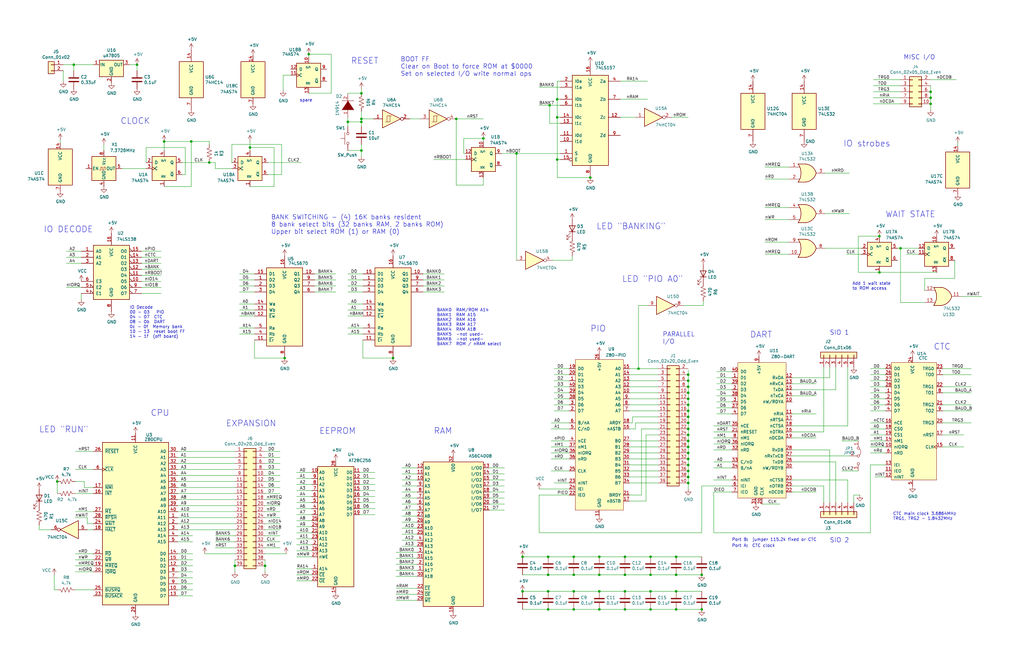
<source format=kicad_sch>
(kicad_sch (version 20230121) (generator eeschema)
  (paper "B")
  (junction (at 241.935 249.555))
  (junction (at 290.195 170.815))
  (junction (at 252.73 257.175))
  (junction (at 217.805 64.77))
  (junction (at 241.935 242.57))
  (junction (at 290.195 193.675))
  (junction (at 274.32 249.555))
  (junction (at 99.06 238.76))
  (junction (at 274.32 234.95))
  (junction (at 152.4 51.435))
  (junction (at 285.115 242.57))
  (junction (at 252.73 242.57))
  (junction (at 290.195 196.215))
  (junction (at 290.195 183.515))
  (junction (at 130.175 22.86))
  (junction (at 220.345 249.555))
  (junction (at 290.195 186.055))
  (junction (at 57.785 27.305))
  (junction (at 152.4 50.165))
  (junction (at 392.43 41.275))
  (junction (at 241.935 257.175))
  (junction (at 231.14 242.57))
  (junction (at 290.195 165.735))
  (junction (at 290.195 180.975))
  (junction (at 295.91 257.175))
  (junction (at 274.32 257.175))
  (junction (at 252.73 249.555))
  (junction (at 152.4 39.37))
  (junction (at 31.115 27.305))
  (junction (at 295.91 242.57))
  (junction (at 24.13 203.2))
  (junction (at 269.24 155.575))
  (junction (at 290.195 178.435))
  (junction (at 290.195 160.655))
  (junction (at 220.345 234.95))
  (junction (at 120.015 151.13))
  (junction (at 263.525 257.175))
  (junction (at 111.76 238.76))
  (junction (at 290.195 191.135))
  (junction (at 263.525 242.57))
  (junction (at 274.32 242.57))
  (junction (at 241.935 234.95))
  (junction (at 290.195 201.295))
  (junction (at 252.73 234.95))
  (junction (at 80.645 59.69))
  (junction (at 165.735 151.13))
  (junction (at 285.115 234.95))
  (junction (at 392.43 43.815))
  (junction (at 290.195 203.835))
  (junction (at 370.84 114.935))
  (junction (at 290.195 188.595))
  (junction (at 234.95 49.53))
  (junction (at 290.195 175.895))
  (junction (at 234.95 41.91))
  (junction (at 231.14 249.555))
  (junction (at 203.835 58.42))
  (junction (at 290.195 163.195))
  (junction (at 146.685 51.435))
  (junction (at 285.115 257.175))
  (junction (at 290.195 158.115))
  (junction (at 231.14 257.175))
  (junction (at 105.41 62.23))
  (junction (at 290.195 173.355))
  (junction (at 248.92 74.93))
  (junction (at 231.14 234.95))
  (junction (at 370.84 99.695))
  (junction (at 285.115 249.555))
  (junction (at 234.95 67.31))
  (junction (at 88.265 68.58))
  (junction (at 392.43 38.735))
  (junction (at 290.195 198.755))
  (junction (at 192.405 50.165))
  (junction (at 231.775 44.45))
  (junction (at 263.525 234.95))
  (junction (at 69.215 59.69))
  (junction (at 152.4 63.5))
  (junction (at 379.73 104.775))
  (junction (at 290.195 168.275))
  (junction (at 263.525 249.555))
  (wire (pts (xy 373.38 191.135) (xy 367.03 191.135)))
  (wire (pts (xy 233.045 109.855) (xy 241.3 109.855)))
  (wire (pts (xy 274.32 234.95) (xy 285.115 234.95)))
  (wire (pts (xy 24.13 203.2) (xy 24.13 208.28)))
  (wire (pts (xy 165.735 151.13) (xy 153.035 151.13)))
  (wire (pts (xy 206.375 215.265) (xy 212.725 215.265)))
  (wire (pts (xy 266.7 178.435) (xy 266.7 175.895)))
  (wire (pts (xy 367.03 163.195) (xy 373.38 163.195)))
  (wire (pts (xy 131.445 232.41) (xy 125.095 232.41)))
  (wire (pts (xy 100.965 123.19) (xy 107.315 123.19)))
  (wire (pts (xy 240.03 198.755) (xy 232.41 198.755)))
  (wire (pts (xy 370.84 114.935) (xy 394.97 114.935)))
  (wire (pts (xy 105.41 59.69) (xy 105.41 62.23)))
  (wire (pts (xy 233.68 170.815) (xy 240.03 170.815)))
  (wire (pts (xy 167.005 238.125) (xy 175.895 238.125)))
  (wire (pts (xy 240.03 186.055) (xy 232.41 186.055)))
  (wire (pts (xy 31.75 203.2) (xy 35.56 203.2)))
  (wire (pts (xy 357.505 202.565) (xy 334.01 202.565)))
  (wire (pts (xy 74.93 246.38) (xy 81.28 246.38)))
  (wire (pts (xy 265.43 180.975) (xy 267.97 180.975)))
  (wire (pts (xy 349.885 154.94) (xy 349.885 159.385)))
  (wire (pts (xy 153.035 133.35) (xy 146.685 133.35)))
  (wire (pts (xy 265.43 211.455) (xy 272.415 211.455)))
  (wire (pts (xy 151.765 209.55) (xy 158.115 209.55)))
  (wire (pts (xy 263.525 257.175) (xy 274.32 257.175)))
  (wire (pts (xy 332.74 87.63) (xy 322.58 87.63)))
  (wire (pts (xy 347.345 205.105) (xy 334.01 205.105)))
  (wire (pts (xy 59.69 106.045) (xy 67.945 106.045)))
  (wire (pts (xy 203.835 78.105) (xy 203.835 74.93)))
  (wire (pts (xy 31.115 29.845) (xy 31.115 27.305)))
  (wire (pts (xy 352.425 164.465) (xy 334.01 164.465)))
  (wire (pts (xy 347.98 104.775) (xy 363.22 104.775)))
  (wire (pts (xy 97.79 68.58) (xy 97.79 60.96)))
  (wire (pts (xy 88.265 68.58) (xy 90.805 68.58)))
  (wire (pts (xy 227.33 208.915) (xy 227.33 224.79)))
  (wire (pts (xy 252.73 242.57) (xy 263.525 242.57)))
  (wire (pts (xy 403.86 60.325) (xy 403.86 61.595)))
  (wire (pts (xy 99.06 210.82) (xy 74.93 210.82)))
  (wire (pts (xy 270.51 208.915) (xy 270.51 180.975)))
  (wire (pts (xy 34.29 108.585) (xy 27.94 108.585)))
  (wire (pts (xy 290.195 173.355) (xy 290.195 175.895)))
  (wire (pts (xy 290.195 201.295) (xy 290.195 203.835)))
  (wire (pts (xy 146.685 140.97) (xy 153.035 140.97)))
  (wire (pts (xy 111.76 233.68) (xy 120.65 233.68)))
  (wire (pts (xy 31.75 248.92) (xy 39.37 248.92)))
  (wire (pts (xy 263.525 242.57) (xy 274.32 242.57)))
  (wire (pts (xy 368.3 38.735) (xy 379.73 38.735)))
  (wire (pts (xy 265.43 191.135) (xy 277.495 191.135)))
  (wire (pts (xy 397.51 183.515) (xy 406.4 183.515)))
  (wire (pts (xy 334.01 174.625) (xy 344.17 174.625)))
  (wire (pts (xy 192.405 50.165) (xy 192.405 78.105)))
  (wire (pts (xy 234.95 74.93) (xy 248.92 74.93)))
  (wire (pts (xy 88.265 59.69) (xy 88.265 60.96)))
  (wire (pts (xy 241.3 107.95) (xy 241.3 109.855)))
  (wire (pts (xy 290.195 158.115) (xy 290.195 160.655)))
  (wire (pts (xy 217.805 109.855) (xy 217.805 64.77)))
  (wire (pts (xy 389.89 117.475) (xy 402.59 117.475)))
  (wire (pts (xy 308.61 207.645) (xy 300.99 207.645)))
  (wire (pts (xy 131.445 217.17) (xy 125.095 217.17)))
  (wire (pts (xy 212.725 197.485) (xy 206.375 197.485)))
  (wire (pts (xy 158.115 199.39) (xy 151.765 199.39)))
  (wire (pts (xy 192.405 50.165) (xy 203.835 50.165)))
  (wire (pts (xy 397.51 163.195) (xy 409.575 163.195)))
  (wire (pts (xy 217.805 64.77) (xy 236.22 64.77)))
  (wire (pts (xy 175.895 220.345) (xy 169.545 220.345)))
  (wire (pts (xy 334.01 207.645) (xy 344.17 207.645)))
  (wire (pts (xy 105.41 78.74) (xy 115.57 78.74)))
  (wire (pts (xy 152.4 63.5) (xy 152.4 60.96)))
  (wire (pts (xy 277.495 155.575) (xy 269.24 155.575)))
  (wire (pts (xy 99.06 238.76) (xy 99.06 241.3)))
  (wire (pts (xy 99.06 218.44) (xy 74.93 218.44)))
  (wire (pts (xy 131.445 227.33) (xy 125.095 227.33)))
  (wire (pts (xy 252.73 249.555) (xy 263.525 249.555)))
  (wire (pts (xy 131.445 229.87) (xy 125.095 229.87)))
  (wire (pts (xy 111.76 218.44) (xy 118.11 218.44)))
  (wire (pts (xy 241.935 249.555) (xy 252.73 249.555)))
  (wire (pts (xy 361.95 186.055) (xy 354.965 186.055)))
  (wire (pts (xy 368.3 43.815) (xy 379.73 43.815)))
  (wire (pts (xy 368.3 41.275) (xy 379.73 41.275)))
  (wire (pts (xy 265.43 165.735) (xy 277.495 165.735)))
  (wire (pts (xy 99.06 215.9) (xy 74.93 215.9)))
  (wire (pts (xy 397.51 188.595) (xy 406.4 188.595)))
  (wire (pts (xy 349.885 189.865) (xy 334.01 189.865)))
  (wire (pts (xy 373.38 180.975) (xy 367.03 180.975)))
  (wire (pts (xy 111.76 205.74) (xy 118.11 205.74)))
  (wire (pts (xy 151.765 217.17) (xy 158.115 217.17)))
  (wire (pts (xy 361.95 114.935) (xy 370.84 114.935)))
  (wire (pts (xy 152.4 39.37) (xy 152.4 37.465)))
  (wire (pts (xy 99.06 231.14) (xy 90.805 231.14)))
  (wire (pts (xy 263.525 249.555) (xy 274.32 249.555)))
  (wire (pts (xy 111.76 193.04) (xy 118.11 193.04)))
  (wire (pts (xy 272.415 211.455) (xy 272.415 183.515)))
  (wire (pts (xy 111.76 213.36) (xy 118.11 213.36)))
  (wire (pts (xy 107.315 128.27) (xy 100.965 128.27)))
  (wire (pts (xy 111.76 198.12) (xy 118.11 198.12)))
  (wire (pts (xy 35.56 203.2) (xy 35.56 205.74)))
  (wire (pts (xy 39.37 198.12) (xy 31.75 198.12)))
  (wire (pts (xy 175.895 248.285) (xy 167.005 248.285)))
  (wire (pts (xy 122.555 31.75) (xy 119.38 31.75)))
  (wire (pts (xy 39.37 208.28) (xy 31.75 208.28)))
  (wire (pts (xy 231.775 44.45) (xy 227.33 44.45)))
  (wire (pts (xy 69.215 59.69) (xy 69.215 63.5)))
  (wire (pts (xy 308.61 194.945) (xy 300.99 194.945)))
  (wire (pts (xy 118.745 73.66) (xy 113.03 73.66)))
  (wire (pts (xy 267.97 178.435) (xy 277.495 178.435)))
  (wire (pts (xy 300.99 189.865) (xy 308.61 189.865)))
  (wire (pts (xy 195.58 58.42) (xy 195.58 64.77)))
  (wire (pts (xy 175.895 230.505) (xy 169.545 230.505)))
  (wire (pts (xy 379.73 104.775) (xy 387.35 104.775)))
  (wire (pts (xy 153.035 115.57) (xy 146.685 115.57)))
  (wire (pts (xy 90.805 71.12) (xy 97.79 71.12)))
  (wire (pts (xy 290.195 160.655) (xy 290.195 163.195)))
  (wire (pts (xy 203.835 58.42) (xy 203.835 59.69)))
  (wire (pts (xy 379.73 127.635) (xy 389.89 127.635)))
  (wire (pts (xy 231.14 249.555) (xy 241.935 249.555)))
  (wire (pts (xy 290.195 175.895) (xy 290.195 178.435)))
  (wire (pts (xy 139.7 39.37) (xy 130.175 39.37)))
  (wire (pts (xy 74.93 251.46) (xy 81.28 251.46)))
  (wire (pts (xy 59.69 118.745) (xy 67.945 118.745)))
  (wire (pts (xy 290.195 198.755) (xy 290.195 201.295)))
  (wire (pts (xy 387.35 107.315) (xy 382.27 107.315)))
  (wire (pts (xy 105.41 62.23) (xy 105.41 63.5)))
  (wire (pts (xy 211.455 64.77) (xy 217.805 64.77)))
  (wire (pts (xy 111.76 238.76) (xy 111.76 241.3)))
  (wire (pts (xy 25.4 59.055) (xy 25.4 60.325)))
  (wire (pts (xy 78.105 73.66) (xy 78.105 62.23)))
  (wire (pts (xy 152.4 46.99) (xy 152.4 50.165)))
  (wire (pts (xy 59.69 121.285) (xy 67.945 121.285)))
  (wire (pts (xy 39.37 220.98) (xy 36.83 220.98)))
  (wire (pts (xy 99.06 220.98) (xy 74.93 220.98)))
  (wire (pts (xy 80.645 78.74) (xy 80.645 59.69)))
  (wire (pts (xy 22.86 242.57) (xy 22.86 248.92)))
  (wire (pts (xy 69.215 78.74) (xy 80.645 78.74)))
  (wire (pts (xy 111.76 231.14) (xy 118.11 231.14)))
  (wire (pts (xy 347.98 73.025) (xy 358.14 73.025)))
  (wire (pts (xy 206.375 210.185) (xy 212.725 210.185)))
  (wire (pts (xy 99.06 193.04) (xy 74.93 193.04)))
  (wire (pts (xy 265.43 208.915) (xy 270.51 208.915)))
  (wire (pts (xy 54.61 27.305) (xy 57.785 27.305)))
  (wire (pts (xy 363.22 107.315) (xy 356.87 107.315)))
  (wire (pts (xy 175.895 202.565) (xy 169.545 202.565)))
  (wire (pts (xy 231.14 257.175) (xy 241.935 257.175)))
  (wire (pts (xy 151.765 214.63) (xy 158.115 214.63)))
  (wire (pts (xy 373.38 155.575) (xy 367.03 155.575)))
  (wire (pts (xy 274.32 257.175) (xy 285.115 257.175)))
  (wire (pts (xy 132.715 118.11) (xy 141.605 118.11)))
  (wire (pts (xy 111.76 215.9) (xy 118.11 215.9)))
  (wire (pts (xy 99.06 205.74) (xy 74.93 205.74)))
  (wire (pts (xy 373.38 188.595) (xy 367.03 188.595)))
  (wire (pts (xy 389.89 122.555) (xy 389.89 117.475)))
  (wire (pts (xy 111.76 200.66) (xy 118.11 200.66)))
  (wire (pts (xy 175.895 210.185) (xy 169.545 210.185)))
  (wire (pts (xy 34.29 123.825) (xy 34.29 126.365)))
  (wire (pts (xy 361.95 99.695) (xy 361.95 114.935)))
  (wire (pts (xy 357.505 212.09) (xy 357.505 202.565)))
  (wire (pts (xy 290.195 186.055) (xy 290.195 188.595)))
  (wire (pts (xy 367.03 224.79) (xy 367.03 196.215)))
  (wire (pts (xy 220.345 257.175) (xy 231.14 257.175)))
  (wire (pts (xy 272.415 183.515) (xy 277.495 183.515)))
  (wire (pts (xy 240.03 178.435) (xy 232.41 178.435)))
  (wire (pts (xy 36.83 218.44) (xy 31.75 218.44)))
  (wire (pts (xy 302.26 159.385) (xy 308.61 159.385)))
  (wire (pts (xy 74.93 241.3) (xy 81.28 241.3)))
  (wire (pts (xy 61.595 62.23) (xy 78.105 62.23)))
  (wire (pts (xy 265.43 193.675) (xy 277.495 193.675)))
  (wire (pts (xy 334.01 167.005) (xy 344.17 167.005)))
  (wire (pts (xy 131.445 207.01) (xy 125.095 207.01)))
  (wire (pts (xy 373.38 186.055) (xy 367.03 186.055)))
  (wire (pts (xy 269.24 155.575) (xy 265.43 155.575)))
  (wire (pts (xy 80.645 59.69) (xy 69.215 59.69)))
  (wire (pts (xy 131.445 201.93) (xy 125.095 201.93)))
  (wire (pts (xy 290.195 168.275) (xy 290.195 170.815)))
  (wire (pts (xy 265.43 198.755) (xy 277.495 198.755)))
  (wire (pts (xy 175.895 233.045) (xy 167.005 233.045)))
  (wire (pts (xy 26.67 27.305) (xy 31.115 27.305)))
  (wire (pts (xy 131.445 214.63) (xy 125.095 214.63)))
  (wire (pts (xy 151.765 201.93) (xy 158.115 201.93)))
  (wire (pts (xy 392.43 41.275) (xy 392.43 43.815)))
  (wire (pts (xy 261.62 34.29) (xy 273.05 34.29)))
  (wire (pts (xy 290.195 180.975) (xy 290.195 183.515)))
  (wire (pts (xy 131.445 209.55) (xy 125.095 209.55)))
  (wire (pts (xy 302.26 174.625) (xy 308.61 174.625)))
  (wire (pts (xy 392.43 43.815) (xy 392.43 46.355)))
  (wire (pts (xy 90.805 68.58) (xy 90.805 71.12)))
  (wire (pts (xy 367.03 168.275) (xy 373.38 168.275)))
  (wire (pts (xy 16.51 221.615) (xy 16.51 223.52)))
  (wire (pts (xy 111.76 210.82) (xy 118.11 210.82)))
  (wire (pts (xy 97.79 60.96) (xy 118.745 60.96)))
  (wire (pts (xy 295.91 205.105) (xy 308.61 205.105)))
  (wire (pts (xy 16.51 223.52) (xy 21.59 223.52)))
  (wire (pts (xy 373.38 178.435) (xy 367.03 178.435)))
  (wire (pts (xy 119.38 31.75) (xy 119.38 38.1)))
  (wire (pts (xy 118.11 190.5) (xy 111.76 190.5)))
  (wire (pts (xy 167.005 243.205) (xy 175.895 243.205)))
  (wire (pts (xy 290.195 163.195) (xy 290.195 165.735)))
  (wire (pts (xy 402.59 117.475) (xy 402.59 109.855)))
  (wire (pts (xy 175.895 212.725) (xy 169.545 212.725)))
  (wire (pts (xy 118.745 60.96) (xy 118.745 73.66)))
  (wire (pts (xy 367.03 196.215) (xy 373.38 196.215)))
  (wire (pts (xy 357.505 179.705) (xy 334.01 179.705)))
  (wire (pts (xy 59.69 108.585) (xy 67.945 108.585)))
  (wire (pts (xy 267.97 49.53) (xy 261.62 49.53)))
  (wire (pts (xy 99.06 198.12) (xy 74.93 198.12)))
  (wire (pts (xy 347.345 154.94) (xy 347.345 182.245)))
  (wire (pts (xy 240.03 206.375) (xy 227.33 206.375)))
  (wire (pts (xy 141.605 115.57) (xy 132.715 115.57)))
  (wire (pts (xy 357.505 154.94) (xy 357.505 179.705)))
  (wire (pts (xy 152.4 50.165) (xy 157.48 50.165)))
  (wire (pts (xy 285.115 249.555) (xy 295.91 249.555)))
  (wire (pts (xy 178.435 120.65) (xy 187.325 120.65)))
  (wire (pts (xy 227.33 224.79) (xy 295.91 224.79)))
  (wire (pts (xy 240.03 193.675) (xy 232.41 193.675)))
  (wire (pts (xy 115.57 62.23) (xy 105.41 62.23)))
  (wire (pts (xy 332.74 102.235) (xy 322.58 102.235)))
  (wire (pts (xy 290.195 196.215) (xy 290.195 198.755)))
  (wire (pts (xy 285.115 257.175) (xy 295.91 257.175)))
  (wire (pts (xy 236.22 67.31) (xy 234.95 67.31)))
  (wire (pts (xy 206.375 202.565) (xy 212.725 202.565)))
  (wire (pts (xy 99.06 213.36) (xy 74.93 213.36)))
  (wire (pts (xy 367.03 170.815) (xy 373.38 170.815)))
  (wire (pts (xy 267.97 180.975) (xy 267.97 178.435)))
  (wire (pts (xy 151.765 204.47) (xy 158.115 204.47)))
  (wire (pts (xy 240.03 191.135) (xy 232.41 191.135)))
  (wire (pts (xy 273.05 128.905) (xy 269.24 128.905)))
  (wire (pts (xy 283.21 49.53) (xy 290.195 49.53)))
  (wire (pts (xy 300.99 207.645) (xy 300.99 224.79)))
  (wire (pts (xy 132.715 120.65) (xy 141.605 120.65)))
  (wire (pts (xy 187.325 115.57) (xy 178.435 115.57)))
  (wire (pts (xy 152.4 66.04) (xy 152.4 63.5)))
  (wire (pts (xy 265.43 160.655) (xy 277.495 160.655)))
  (wire (pts (xy 290.195 188.595) (xy 290.195 191.135)))
  (wire (pts (xy 175.895 217.805) (xy 169.545 217.805)))
  (wire (pts (xy 265.43 186.055) (xy 277.495 186.055)))
  (wire (pts (xy 175.895 200.025) (xy 169.545 200.025)))
  (wire (pts (xy 39.37 238.76) (xy 31.75 238.76)))
  (wire (pts (xy 131.445 245.11) (xy 125.095 245.11)))
  (wire (pts (xy 379.73 104.775) (xy 379.73 127.635)))
  (wire (pts (xy 192.405 78.105) (xy 203.835 78.105)))
  (wire (pts (xy 367.03 173.355) (xy 373.38 173.355)))
  (wire (pts (xy 234.95 67.31) (xy 234.95 74.93)))
  (wire (pts (xy 146.685 39.37) (xy 152.4 39.37)))
  (wire (pts (xy 352.425 212.09) (xy 352.425 194.945)))
  (wire (pts (xy 43.815 60.96) (xy 43.815 63.5)))
  (wire (pts (xy 234.95 41.91) (xy 234.95 34.29)))
  (wire (pts (xy 22.86 248.92) (xy 24.13 248.92)))
  (wire (pts (xy 261.62 41.91) (xy 273.05 41.91)))
  (wire (pts (xy 178.435 123.19) (xy 187.325 123.19)))
  (wire (pts (xy 59.69 123.825) (xy 67.945 123.825)))
  (wire (pts (xy 241.935 257.175) (xy 252.73 257.175)))
  (wire (pts (xy 236.22 49.53) (xy 234.95 49.53)))
  (wire (pts (xy 236.22 52.07) (xy 231.775 52.07)))
  (wire (pts (xy 195.58 64.77) (xy 196.215 64.77)))
  (wire (pts (xy 99.06 236.22) (xy 99.06 238.76)))
  (wire (pts (xy 265.43 163.195) (xy 277.495 163.195)))
  (wire (pts (xy 131.445 219.71) (xy 125.095 219.71)))
  (wire (pts (xy 367.03 158.115) (xy 373.38 158.115)))
  (wire (pts (xy 347.345 212.09) (xy 347.345 205.105)))
  (wire (pts (xy 349.885 159.385) (xy 334.01 159.385)))
  (wire (pts (xy 290.195 165.735) (xy 290.195 168.275)))
  (wire (pts (xy 107.315 151.13) (xy 107.315 143.51)))
  (wire (pts (xy 206.375 205.105) (xy 212.725 205.105)))
  (wire (pts (xy 111.76 203.2) (xy 118.11 203.2)))
  (wire (pts (xy 397.51 155.575) (xy 409.575 155.575)))
  (wire (pts (xy 288.29 128.905) (xy 296.545 128.905)))
  (wire (pts (xy 233.68 168.275) (xy 240.03 168.275)))
  (wire (pts (xy 233.68 163.195) (xy 240.03 163.195)))
  (wire (pts (xy 300.99 224.79) (xy 367.03 224.79)))
  (wire (pts (xy 146.685 49.53) (xy 146.685 51.435)))
  (wire (pts (xy 308.61 156.845) (xy 302.26 156.845)))
  (wire (pts (xy 153.035 151.13) (xy 153.035 143.51)))
  (wire (pts (xy 131.445 204.47) (xy 125.095 204.47)))
  (wire (pts (xy 39.37 190.5) (xy 31.75 190.5)))
  (wire (pts (xy 34.29 121.285) (xy 27.94 121.285)))
  (wire (pts (xy 39.37 233.68) (xy 31.75 233.68)))
  (wire (pts (xy 332.74 70.485) (xy 322.58 70.485)))
  (wire (pts (xy 234.95 49.53) (xy 234.95 67.31)))
  (wire (pts (xy 285.115 242.57) (xy 295.91 242.57)))
  (wire (pts (xy 81.28 228.6) (xy 74.93 228.6)))
  (wire (pts (xy 241.935 242.57) (xy 252.73 242.57)))
  (wire (pts (xy 81.28 226.06) (xy 74.93 226.06)))
  (wire (pts (xy 120.015 151.13) (xy 107.315 151.13)))
  (wire (pts (xy 361.95 198.755) (xy 354.965 198.755)))
  (wire (pts (xy 233.68 173.355) (xy 240.03 173.355)))
  (wire (pts (xy 131.445 234.95) (xy 125.095 234.95)))
  (wire (pts (xy 397.51 173.355) (xy 409.575 173.355)))
  (wire (pts (xy 99.06 195.58) (xy 74.93 195.58)))
  (wire (pts (xy 34.29 106.045) (xy 27.94 106.045)))
  (wire (pts (xy 175.895 197.485) (xy 169.545 197.485)))
  (wire (pts (xy 152.4 51.435) (xy 152.4 50.165)))
  (wire (pts (xy 59.69 116.205) (xy 67.945 116.205)))
  (wire (pts (xy 234.95 41.91) (xy 234.95 49.53)))
  (wire (pts (xy 397.51 178.435) (xy 409.575 178.435)))
  (wire (pts (xy 131.445 224.79) (xy 125.095 224.79)))
  (wire (pts (xy 57.785 27.305) (xy 57.785 29.845)))
  (wire (pts (xy 367.03 160.655) (xy 373.38 160.655)))
  (wire (pts (xy 379.73 36.195) (xy 368.3 36.195)))
  (wire (pts (xy 99.06 190.5) (xy 74.93 190.5)))
  (wire (pts (xy 231.775 52.07) (xy 231.775 44.45)))
  (wire (pts (xy 130.175 22.86) (xy 139.7 22.86)))
  (wire (pts (xy 368.935 201.295) (xy 373.38 201.295)))
  (wire (pts (xy 332.74 75.565) (xy 322.58 75.565)))
  (wire (pts (xy 274.32 242.57) (xy 285.115 242.57)))
  (wire (pts (xy 234.95 34.29) (xy 236.22 34.29)))
  (wire (pts (xy 352.425 194.945) (xy 334.01 194.945)))
  (wire (pts (xy 152.4 63.5) (xy 146.685 63.5)))
  (wire (pts (xy 131.445 242.57) (xy 125.095 242.57)))
  (wire (pts (xy 131.445 222.25) (xy 125.095 222.25)))
  (wire (pts (xy 265.43 168.275) (xy 277.495 168.275)))
  (wire (pts (xy 397.51 158.115) (xy 409.575 158.115)))
  (wire (pts (xy 206.375 200.025) (xy 212.725 200.025)))
  (wire (pts (xy 373.38 183.515) (xy 367.03 183.515)))
  (wire (pts (xy 252.73 257.175) (xy 263.525 257.175)))
  (wire (pts (xy 302.26 164.465) (xy 308.61 164.465)))
  (wire (pts (xy 175.895 207.645) (xy 169.545 207.645)))
  (wire (pts (xy 74.93 238.76) (xy 81.28 238.76)))
  (wire (pts (xy 231.14 242.57) (xy 241.935 242.57)))
  (wire (pts (xy 334.01 161.925) (xy 344.17 161.925)))
  (wire (pts (xy 308.61 202.565) (xy 300.99 202.565)))
  (wire (pts (xy 111.76 208.28) (xy 118.11 208.28)))
  (wire (pts (xy 332.74 107.315) (xy 322.58 107.315)))
  (wire (pts (xy 263.525 234.95) (xy 274.32 234.95)))
  (wire (pts (xy 107.315 133.35) (xy 100.965 133.35)))
  (wire (pts (xy 236.22 44.45) (xy 231.775 44.45)))
  (wire (pts (xy 74.93 243.84) (xy 81.28 243.84)))
  (wire (pts (xy 302.26 161.925) (xy 308.61 161.925)))
  (wire (pts (xy 59.69 111.125) (xy 67.945 111.125)))
  (wire (pts (xy 131.445 212.09) (xy 125.095 212.09)))
  (wire (pts (xy 227.33 208.915) (xy 240.03 208.915)))
  (wire (pts (xy 349.885 212.09) (xy 349.885 189.865)))
  (wire (pts (xy 111.76 228.6) (xy 118.11 228.6)))
  (wire (pts (xy 367.03 165.735) (xy 373.38 165.735)))
  (wire (pts (xy 39.37 215.9) (xy 31.75 215.9)))
  (wire (pts (xy 146.685 120.65) (xy 153.035 120.65)))
  (wire (pts (xy 80.645 59.69) (xy 88.265 59.69)))
  (wire (pts (xy 153.035 128.27) (xy 146.685 128.27)))
  (wire (pts (xy 146.685 51.435) (xy 152.4 51.435)))
  (wire (pts (xy 308.61 182.245) (xy 300.99 182.245)))
  (wire (pts (xy 392.43 33.655) (xy 403.225 33.655)))
  (wire (pts (xy 302.26 167.005) (xy 308.61 167.005)))
  (wire (pts (xy 26.67 34.29) (xy 26.67 29.845)))
  (wire (pts (xy 370.84 99.695) (xy 361.95 99.695)))
  (wire (pts (xy 113.03 68.58) (xy 127 68.58)))
  (wire (pts (xy 240.03 180.975) (xy 232.41 180.975)))
  (wire (pts (xy 59.69 113.665) (xy 67.945 113.665)))
  (wire (pts (xy 39.37 236.22) (xy 31.75 236.22)))
  (wire (pts (xy 107.315 138.43) (xy 100.965 138.43)))
  (wire (pts (xy 295.91 224.79) (xy 295.91 205.105)))
  (wire (pts (xy 265.43 203.835) (xy 277.495 203.835)))
  (wire (pts (xy 265.43 196.215) (xy 277.495 196.215)))
  (wire (pts (xy 130.175 24.13) (xy 130.175 22.86)))
  (wire (pts (xy 172.72 50.165) (xy 177.165 50.165)))
  (wire (pts (xy 90.805 226.06) (xy 99.06 226.06)))
  (wire (pts (xy 175.895 227.965) (xy 169.545 227.965)))
  (wire (pts (xy 265.43 188.595) (xy 277.495 188.595)))
  (wire (pts (xy 392.43 38.735) (xy 392.43 41.275)))
  (wire (pts (xy 233.68 160.655) (xy 240.03 160.655)))
  (wire (pts (xy 99.06 208.28) (xy 74.93 208.28)))
  (wire (pts (xy 100.965 118.11) (xy 107.315 118.11)))
  (wire (pts (xy 175.895 205.105) (xy 169.545 205.105)))
  (wire (pts (xy 290.195 203.835) (xy 290.195 206.375)))
  (wire (pts (xy 76.835 68.58) (xy 88.265 68.58)))
  (wire (pts (xy 240.03 188.595) (xy 232.41 188.595)))
  (wire (pts (xy 290.195 191.135) (xy 290.195 193.675)))
  (wire (pts (xy 35.56 205.74) (xy 39.37 205.74)))
  (wire (pts (xy 240.03 203.835) (xy 233.68 203.835)))
  (wire (pts (xy 153.035 130.81) (xy 146.685 130.81)))
  (wire (pts (xy 378.46 104.775) (xy 379.73 104.775)))
  (wire (pts (xy 220.345 234.95) (xy 231.14 234.95)))
  (wire (pts (xy 236.22 36.83) (xy 227.33 36.83)))
  (wire (pts (xy 302.26 172.085) (xy 308.61 172.085)))
  (wire (pts (xy 265.43 170.815) (xy 277.495 170.815)))
  (wire (pts (xy 274.32 249.555) (xy 285.115 249.555)))
  (wire (pts (xy 240.03 155.575) (xy 233.68 155.575)))
  (wire (pts (xy 111.76 223.52) (xy 118.11 223.52)))
  (wire (pts (xy 111.76 226.06) (xy 118.11 226.06)))
  (wire (pts (xy 352.425 154.94) (xy 352.425 164.465)))
  (wire (pts (xy 252.73 234.95) (xy 263.525 234.95)))
  (wire (pts (xy 115.57 78.74) (xy 115.57 62.23)))
  (wire (pts (xy 111.76 220.98) (xy 118.11 220.98)))
  (wire (pts (xy 300.99 184.785) (xy 308.61 184.785)))
  (wire (pts (xy 397.51 170.815) (xy 409.575 170.815)))
  (wire (pts (xy 81.28 233.68) (xy 74.93 233.68)))
  (wire (pts (xy 308.61 197.485) (xy 300.99 197.485)))
  (wire (pts (xy 131.445 199.39) (xy 125.095 199.39)))
  (wire (pts (xy 206.375 207.645) (xy 212.725 207.645)))
  (wire (pts (xy 277.495 158.115) (xy 265.43 158.115)))
  (wire (pts (xy 220.345 249.555) (xy 231.14 249.555)))
  (wire (pts (xy 233.68 165.735) (xy 240.03 165.735)))
  (wire (pts (xy 290.195 193.675) (xy 290.195 196.215)))
  (wire (pts (xy 392.43 36.195) (xy 392.43 38.735)))
  (wire (pts (xy 100.965 140.97) (xy 107.315 140.97)))
  (wire (pts (xy 152.4 53.34) (xy 152.4 51.435)))
  (wire (pts (xy 146.685 123.19) (xy 153.035 123.19)))
  (wire (pts (xy 151.765 207.01) (xy 158.115 207.01)))
  (wire (pts (xy 360.045 212.09) (xy 360.045 208.915)))
  (wire (pts (xy 153.035 138.43) (xy 146.685 138.43)))
  (wire (pts (xy 302.26 169.545) (xy 308.61 169.545)))
  (wire (pts (xy 405.13 125.095) (xy 414.02 125.095)))
  (wire (pts (xy 132.715 123.19) (xy 141.605 123.19)))
  (wire (pts (xy 265.43 201.295) (xy 277.495 201.295)))
  (wire (pts (xy 99.06 223.52) (xy 74.93 223.52)))
  (wire (pts (xy 334.01 192.405) (xy 358.14 192.405)))
  (wire (pts (xy 321.31 212.725) (xy 328.93 212.725)))
  (wire (pts (xy 36.83 223.52) (xy 39.37 223.52)))
  (wire (pts (xy 206.375 212.725) (xy 212.725 212.725)))
  (wire (pts (xy 290.195 170.815) (xy 290.195 173.355)))
  (wire (pts (xy 167.005 240.665) (xy 175.895 240.665)))
  (wire (pts (xy 111.76 195.58) (xy 118.11 195.58)))
  (wire (pts (xy 203.835 58.42) (xy 195.58 58.42)))
  (wire (pts (xy 241.935 234.95) (xy 252.73 234.95)))
  (wire (pts (xy 178.435 118.11) (xy 187.325 118.11)))
  (wire (pts (xy 265.43 173.355) (xy 277.495 173.355)))
  (wire (pts (xy 76.835 73.66) (xy 78.105 73.66)))
  (wire (pts (xy 100.965 120.65) (xy 107.315 120.65)))
  (wire (pts (xy 397.51 165.735) (xy 409.575 165.735)))
  (wire (pts (xy 296.545 127) (xy 296.545 128.905)))
  (wire (pts (xy 139.7 22.86) (xy 139.7 39.37)))
  (wire (pts (xy 300.99 187.325) (xy 308.61 187.325)))
  (wire (pts (xy 270.51 180.975) (xy 277.495 180.975)))
  (wire (pts (xy 175.895 253.365) (xy 167.005 253.365)))
  (wire (pts (xy 34.29 111.125) (xy 27.94 111.125)))
  (wire (pts (xy 31.115 27.305) (xy 39.37 27.305)))
  (wire (pts (xy 100.965 115.57) (xy 107.315 115.57)))
  (wire (pts (xy 86.36 233.68) (xy 99.06 233.68)))
  (wire (pts (xy 332.74 92.71) (xy 322.58 92.71)))
  (wire (pts (xy 36.83 220.98) (xy 36.83 218.44)))
  (wire (pts (xy 290.195 156.21) (xy 290.195 158.115)))
  (wire (pts (xy 334.01 184.785) (xy 344.17 184.785)))
  (wire (pts (xy 308.61 179.705) (xy 300.99 179.705)))
  (wire (pts (xy 269.24 128.905) (xy 269.24 155.575)))
  (wire (pts (xy 236.22 41.91) (xy 234.95 41.91)))
  (wire (pts (xy 99.06 203.2) (xy 74.93 203.2)))
  (wire (pts (xy 266.7 175.895) (xy 277.495 175.895)))
  (wire (pts (xy 74.93 236.22) (xy 81.28 236.22)))
  (wire (pts (xy 196.215 67.31) (xy 182.88 67.31)))
  (wire (pts (xy 285.115 234.95) (xy 295.91 234.95)))
  (wire (pts (xy 175.895 225.425) (xy 169.545 225.425)))
  (wire (pts (xy 51.435 71.12) (xy 61.595 71.12)))
  (wire (pts (xy 175.895 215.265) (xy 169.545 215.265)))
  (wire (pts (xy 233.68 158.115) (xy 240.03 158.115)))
  (wire (pts (xy 379.73 33.655) (xy 368.3 33.655)))
  (wire (pts (xy 99.06 228.6) (xy 90.805 228.6)))
  (wire (pts (xy 167.005 235.585) (xy 175.895 235.585)))
  (wire (pts (xy 131.445 240.03) (xy 125.095 240.03)))
  (wire (pts (xy 290.195 183.515) (xy 290.195 186.055)))
  (wire (pts (xy 146.685 118.11) (xy 153.035 118.11)))
  (wire (pts (xy 347.345 182.245) (xy 334.01 182.245)))
  (wire (pts (xy 265.43 178.435) (xy 266.7 178.435)))
  (wire (pts (xy 111.76 236.22) (xy 111.76 238.76)))
  (wire (pts (xy 360.045 208.915) (xy 362.585 208.915)))
  (wire (pts (xy 175.895 222.885) (xy 169.545 222.885)))
  (wire (pts (xy 61.595 62.23) (xy 61.595 68.58)))
  (wire (pts (xy 146.685 53.34) (xy 146.685 51.435)))
  (wire (pts (xy 175.895 250.825) (xy 167.005 250.825)))
  (wire (pts (xy 74.93 248.92) (xy 81.28 248.92)))
  (wire (pts (xy 151.765 212.09) (xy 158.115 212.09)))
  (wire (pts (xy 290.195 178.435) (xy 290.195 180.975)))
  (wire (pts (xy 231.14 234.95) (xy 241.935 234.95)))
  (wire (pts (xy 39.37 241.3) (xy 31.75 241.3)))
  (wire (pts (xy 99.06 200.66) (xy 74.93 200.66)))
  (wire (pts (xy 220.345 242.57) (xy 231.14 242.57)))
  (wire (pts (xy 347.98 90.17) (xy 358.14 90.17)))
  (wire (pts (xy 107.315 130.81) (xy 100.965 130.81)))
  (text "BANK0  RAM/ROM A14\nBANK1  RAM A15\nBANK2  RAM A16\nBANK3  RAM A17\nBANK4  RAM A18\nBANK5  -not used-\nBANK6  -not used-\nBANK7  ROM / nRAM select" (at 184.15 146.05 0) (effects (font (size 1.27 1.27)) (justify left bottom)))
  (text "Port B:  jumper 115.2k fixed or CTC" (at 308.61 228.6 0) (effects (font (size 1.27 1.27)) (justify left bottom)))
  (text "RAM" (at 182.88 183.515 0) (effects (font (size 2.54 2.54)) (justify left bottom)))
  (text "IO Decode\n00 - 03   PIO\n04 - 07  CTC\n08 - 0b  DART\n0c - 0f  Memory bank\n10 - 13  reset boot FF\n14 - 1f  (off board)" (at 54.61 142.875 0) (effects (font (size 1.27 1.27)) (justify left bottom)))
  (text "MISC I/O" (at 381 25.4 0) (effects (font (size 1.905 1.905)) (justify left bottom)))
  (text "PARALLEL\nI/O" (at 279.4 145.415 0) (effects (font (size 1.905 1.905)) (justify left bottom)))
  (text "BOOT FF\nClear on Boot to force ROM at $0000\nSet on selected I/O write normal ops" (at 168.91 32.385 0) (effects (font (size 1.905 1.905)) (justify left bottom)))
  (text "SIO 2" (at 349.885 229.235 0) (effects (font (size 1.905 1.905)) (justify left bottom)))
  (text "RESET" (at 147.955 27.305 0) (effects (font (size 2.54 2.54)) (justify left bottom)))
  (text "EXPANSION" (at 95.25 180.34 0) (effects (font (size 2.54 2.54)) (justify left bottom)))
  (text "SIO 1" (at 349.885 141.605 0) (effects (font (size 1.905 1.905)) (justify left bottom)))
  (text "Port A:  CTC clock" (at 308.61 231.14 0) (effects (font (size 1.27 1.27)) (justify left bottom)))
  (text "PIO" (at 248.92 140.335 0) (effects (font (size 2.54 2.54)) (justify left bottom)))
  (text "LED \"BANKING\"" (at 251.46 97.155 0) (effects (font (size 2.54 2.54)) (justify left bottom)))
  (text "LED \"PIO A0\"" (at 262.255 119.38 0) (effects (font (size 2.54 2.54)) (justify left bottom)))
  (text "spare" (at 126.365 43.18 0) (effects (font (size 1.27 1.27)) (justify left bottom)))
  (text "DART" (at 316.23 142.875 0) (effects (font (size 2.54 2.54)) (justify left bottom)))
  (text "IO DECODE" (at 18.415 98.425 0) (effects (font (size 2.54 2.54)) (justify left bottom)))
  (text "EEPROM" (at 134.62 183.515 0) (effects (font (size 2.54 2.54)) (justify left bottom)))
  (text "CTC" (at 393.7 147.955 0) (effects (font (size 2.54 2.54)) (justify left bottom)))
  (text "CTC main clock 3.6864MHz\nTRG1, TRG2 - 1.8432MHz" (at 376.555 219.71 0) (effects (font (size 1.27 1.27)) (justify left bottom)))
  (text "IO strobes" (at 355.6 62.23 0) (effects (font (size 2.54 2.54)) (justify left bottom)))
  (text "CPU" (at 63.5 175.895 0) (effects (font (size 2.54 2.54)) (justify left bottom)))
  (text "BANK SWITCHING - (4) 16K banks resident\n8 bank select bits (32 banks RAM, 2 banks ROM)\nUpper bit select ROM (1) or RAM (0)" (at 114.3 99.06 0) (effects (font (size 1.905 1.905)) (justify left bottom)))
  (text "Add 1 wait state\nto ROM access" (at 359.41 122.555 0) (effects (font (size 1.27 1.27)) (justify left bottom)))
  (text "LED \"RUN\"" (at 16.51 182.88 0) (effects (font (size 2.54 2.54)) (justify left bottom)))
  (text "CLOCK" (at 50.8 52.705 0) (effects (font (size 2.54 2.54)) (justify left bottom)))
  (text "WAIT STATE" (at 373.38 92.075 0) (effects (font (size 2.54 2.54)) (justify left bottom)))
  (label "D5" (at 234.95 168.275 0))
  (label "D6" (at 303.53 172.085 0))
  (label "D7" (at 207.645 215.265 0))
  (label "nMRD" (at 125.095 245.11 0))
  (label "nINT" (at 302.26 202.565 0))
  (label "BANK4" (at 168.275 243.205 0))
  (label "CLK" (at 356.87 107.315 0))
  (label "D3" (at 153.035 207.01 0))
  (label "A8" (at 170.815 217.805 0))
  (label "D6" (at 76.2 248.92 0))
  (label "CLK" (at 81.915 68.58 0))
  (label "D2" (at 76.2 238.76 0))
  (label "A7" (at 126.365 217.17 0))
  (label "D6" (at 153.035 214.63 0))
  (label "D4" (at 303.53 167.005 0))
  (label "nIORQ" (at 367.03 188.595 0))
  (label "nIO14" (at 113.03 220.98 0))
  (label "A14" (at 76.2 226.06 0))
  (label "BANK2" (at 179.705 120.65 0))
  (label "D7" (at 303.53 174.625 0))
  (label "nM1" (at 368.3 186.055 0))
  (label "nROM" (at 283.845 49.53 0))
  (label "D0" (at 368.3 155.575 0))
  (label "D1" (at 76.2 236.22 0))
  (label "A1" (at 233.68 180.975 0))
  (label "nBOOT" (at 213.36 64.77 0))
  (label "nMWR" (at 125.095 234.95 0))
  (label "nRD" (at 233.68 193.675 0))
  (label "A0" (at 126.365 199.39 0))
  (label "nIO18" (at 113.03 223.52 0))
  (label "D0" (at 147.955 115.57 0))
  (label "A3" (at 126.365 207.01 0))
  (label "nRAM" (at 264.16 41.91 0))
  (label "A11" (at 170.815 225.425 0))
  (label "D5" (at 153.035 212.09 0))
  (label "A2" (at 29.21 106.045 0))
  (label "nIORQ" (at 302.26 187.325 0))
  (label "RA14" (at 125.095 240.03 0))
  (label "D7" (at 368.3 173.355 0))
  (label "nRIA" (at 337.82 174.625 0))
  (label "nRST" (at 90.805 231.14 0))
  (label "A1" (at 76.2 193.04 0))
  (label "nROM" (at 125.095 242.57 0))
  (label "nRD" (at 33.02 233.68 0))
  (label "nBANK" (at 101.6 133.35 0))
  (label "TRG3" (at 401.32 178.435 0))
  (label "D1" (at 303.53 159.385 0))
  (label "A14" (at 147.955 138.43 0))
  (label "A1" (at 126.365 201.93 0))
  (label "A13" (at 170.815 230.505 0))
  (label "nDCDB" (at 394.97 33.655 0))
  (label "nCTC" (at 368.3 178.435 0))
  (label "nMREQ" (at 322.58 70.485 0))
  (label "nRd" (at 368.3 191.135 0))
  (label "A11" (at 126.365 227.33 0))
  (label "nDCDA" (at 370.84 43.815 0))
  (label "nMRD" (at 167.005 250.825 0))
  (label "CLK" (at 112.395 228.6 0))
  (label "nWR" (at 112.395 218.44 0))
  (label "A0" (at 233.68 178.435 0))
  (label "CLK" (at 233.68 198.755 0))
  (label "D4" (at 234.95 165.735 0))
  (label "CLK2" (at 354.965 198.755 0))
  (label "D7" (at 113.03 208.28 0))
  (label "BANK4" (at 133.985 115.57 0))
  (label "TO0" (at 370.205 36.195 0))
  (label "nRD" (at 302.26 189.865 0))
  (label "A12" (at 126.365 229.87 0))
  (label "D5" (at 368.3 168.275 0))
  (label "nWR" (at 33.02 236.22 0))
  (label "CLK" (at 323.85 212.725 0))
  (label "D4" (at 368.3 165.735 0))
  (label "BAUD_A" (at 337.185 161.925 0))
  (label "CLK" (at 33.02 198.12 0))
  (label "A6" (at 126.365 214.63 0))
  (label "A1" (at 102.235 130.81 0))
  (label "A2" (at 76.2 195.58 0))
  (label "D6" (at 207.645 212.725 0))
  (label "BANK5" (at 133.985 118.11 0))
  (label "TRG3" (at 370.205 38.735 0))
  (label "A10" (at 126.365 224.79 0))
  (label "nBANK" (at 147.32 133.35 0))
  (label "D4" (at 113.03 200.66 0))
  (label "A12" (at 170.815 227.965 0))
  (label "D5" (at 113.03 203.2 0))
  (label "A3" (at 76.2 198.12 0))
  (label "A9" (at 76.2 213.36 0))
  (label "A0" (at 302.26 194.945 0))
  (label "nPIO" (at 60.96 106.045 0))
  (label "nRBOOT" (at 60.96 116.205 0))
  (label "A12" (at 76.2 220.98 0))
  (label "A2" (at 126.365 204.47 0))
  (label "BAUD_B" (at 354.965 186.055 0))
  (label "A6" (at 76.2 205.74 0))
  (label "BANK0" (at 227.33 36.83 0))
  (label "nIORQ" (at 112.395 213.36 0))
  (label "D7" (at 102.235 123.19 0))
  (label "A13" (at 126.365 232.41 0))
  (label "D1" (at 153.035 201.93 0))
  (label "D0" (at 303.53 156.845 0))
  (label "nRD" (at 322.58 75.565 0))
  (label "D2" (at 303.53 161.925 0))
  (label "A1" (at 368.3 183.515 0))
  (label "A15" (at 147.955 140.97 0))
  (label "D2" (at 234.95 160.655 0))
  (label "D2" (at 153.035 204.47 0))
  (label "A5" (at 126.365 212.09 0))
  (label "nRST" (at 33.02 190.5 0))
  (label "A9" (at 126.365 222.25 0))
  (label "nRST" (at 302.26 182.245 0))
  (label "D3" (at 147.955 123.19 0))
  (label "nINT" (at 113.03 226.06 0))
  (label "D3" (at 368.3 163.195 0))
  (label "nINT" (at 234.95 203.835 0))
  (label "D0" (at 234.95 155.575 0))
  (label "BANK1" (at 179.705 118.11 0))
  (label "nRST" (at 400.05 183.515 0))
  (label "A10" (at 76.2 215.9 0))
  (label "nCTC" (at 60.96 108.585 0))
  (label "A10" (at 170.815 222.885 0))
  (label "CLK" (at 382.27 107.315 0))
  (label "nMREQ" (at 322.58 107.315 0))
  (label "D3" (at 303.53 164.465 0))
  (label "nMWR" (at 167.005 253.365 0))
  (label "A8" (at 126.365 219.71 0))
  (label "BAUD_A" (at 402.59 165.735 0))
  (label "RA14" (at 264.16 34.29 0))
  (label "TO0" (at 401.32 158.115 0))
  (label "nPIO" (at 233.68 186.055 0))
  (label "D4" (at 207.645 207.645 0))
  (label "BANK7" (at 133.985 123.19 0))
  (label "CLK2" (at 402.59 163.195 0))
  (label "nMREQ" (at 322.58 87.63 0))
  (label "nRST" (at 196.85 50.165 0))
  (label "A14" (at 102.235 138.43 0))
  (label "DIEO" (at 300.99 207.645 0))
  (label "nRIA" (at 370.84 41.275 0))
  (label "D0" (at 207.645 197.485 0))
  (label "A0" (at 147.955 128.27 0))
  (label "nDART" (at 302.26 179.705 0))
  (label "CLK" (at 400.05 188.595 0))
  (label "D6" (at 368.3 170.815 0))
  (label "nDART" (at 60.96 111.125 0))
  (label "nM1" (at 112.395 231.14 0))
  (label "nDCDB" (at 337.82 207.645 0))
  (label "D5" (at 102.235 118.11 0))
  (label "D6" (at 113.03 205.74 0))
  (label "D1" (at 207.645 200.025 0))
  (label "TRG0" (at 370.205 33.655 0))
  (label "D2" (at 113.03 195.58 0))
  (label "D6" (at 102.235 120.65 0))
  (label "D3" (at 234.95 163.195 0))
  (label "nRD" (at 112.395 215.9 0))
  (label "A7" (at 170.815 215.265 0))
  (label "nIORQ" (at 27.94 121.285 0))
  (label "A1" (at 302.26 197.485 0))
  (label "nIORQ" (at 33.02 241.3 0))
  (label "D5" (at 207.645 210.185 0))
  (label "BAUD_A" (at 337.185 167.005 0))
  (label "BANK1" (at 168.275 235.585 0))
  (label "BANK6" (at 90.805 228.6 0))
  (label "D3" (at 76.2 241.3 0))
  (label "nM1" (at 302.26 184.785 0))
  (label "nRBOOT" (at 182.88 67.31 0))
  (label "D4" (at 153.035 209.55 0))
  (label "D2" (at 147.955 120.65 0))
  (label "A8" (at 76.2 210.82 0))
  (label "BANK3" (at 168.275 240.665 0))
  (label "A0" (at 102.235 128.27 0))
  (label "A1" (at 170.815 200.025 0))
  (label "A7" (at 76.2 208.28 0))
  (label "BANK3" (at 179.705 123.19 0))
  (label "A3" (at 29.21 108.585 0))
  (label "nWAIT" (at 407.67 125.095 0))
  (label "nMREQ" (at 112.395 210.82 0))
  (label "nINT" (at 33.02 208.28 0))
  (label "D5" (at 303.53 169.545 0))
  (label "A0" (at 368.3 180.975 0))
  (label "nRAM" (at 167.005 248.285 0))
  (label "nM1" (at 233.68 188.595 0))
  (label "D7" (at 153.035 217.17 0))
  (label "A5" (at 76.2 203.2 0))
  (label "nROM" (at 322.58 102.235 0))
  (label "A0" (at 170.815 197.485 0))
  (label "D5" (at 76.2 246.38 0))
  (label "D2" (at 368.3 160.655 0))
  (label "D1" (at 113.03 193.04 0))
  (label "A4" (at 126.365 209.55 0))
  (label "nIO18" (at 60.96 121.285 0))
  (label "D1" (at 368.3 158.115 0))
  (label "nMWR" (at 350.52 90.17 0))
  (label "nBANK" (at 60.96 113.665 0))
  (label "D3" (at 207.645 205.105 0))
  (label "BANK6" (at 133.985 120.65 0))
  (label "TRG0" (at 401.32 155.575 0))
  (label "BANK5" (at 90.805 226.06 0))
  (label "nM1" (at 33.02 215.9 0))
  (label "A6" (at 170.815 212.725 0))
  (label "D4" (at 76.2 243.84 0))
  (label "A1" (at 147.955 130.81 0))
  (label "A3" (at 170.815 205.105 0))
  (label "D0" (at 153.035 199.39 0))
  (label "D7" (at 234.95 173.355 0))
  (label "A9" (at 170.815 220.345 0))
  (label "A11" (at 76.2 218.44 0))
  (label "D6" (at 234.95 170.815 0))
  (label "D2" (at 207.645 202.565 0))
  (label "A2" (at 170.815 202.565 0))
  (label "D7" (at 76.2 251.46 0))
  (label "nINT" (at 368.935 201.295 0))
  (label "A5" (at 170.815 210.185 0))
  (label "D1" (at 147.955 118.11 0))
  (label "D3" (at 113.03 198.12 0))
  (label "nIO14" (at 60.96 118.745 0))
  (label "nDCDA" (at 337.82 184.785 0))
  (label "A15" (at 76.2 228.6 0))
  (label "D4" (at 102.235 115.57 0))
  (label "CLK2" (at 402.59 170.815 0))
  (label "nMREQ" (at 33.02 238.76 0))
  (label "A4" (at 170.815 207.645 0))
  (label "BANK0" (at 179.705 115.57 0))
  (label "D0" (at 113.03 190.5 0))
  (label "A0" (at 76.2 190.5 0))
  (label "D1" (at 234.95 158.115 0))
  (label "BANK7" (at 227.33 44.45 0))
  (label "A15" (at 102.235 140.97 0))
  (label "nIORQ" (at 233.68 191.135 0))
  (label "nMRD" (at 350.52 73.025 0))
  (label "PIEO" (at 234.95 208.915 0))
  (label "BAUD_B" (at 402.59 173.355 0))
  (label "A4" (at 76.2 200.66 0))
  (label "BANK2" (at 168.275 238.125 0))
  (label "nWR" (at 322.58 92.71 0))
  (label "D0" (at 76.2 233.68 0))
  (label "A13" (at 76.2 223.52 0))
  (label "A4" (at 29.21 111.125 0))
  (label "nWAIT" (at 31.75 218.44 0))
  (label "CLK2" (at 121.285 68.58 0))
  (label "BANK0" (at 168.275 233.045 0))
  (symbol (lib_id "CPU:Z80CPU") (at 57.15 220.98 0) (unit 1)
    (property "Reference" "U3" (at 62.865 183.515 0))
    (property "Value" "Z80CPU" (at 64.77 185.42 0))
    (property "Footprint" "Package_DIP:DIP-40_W15.24mm_LongPads" (effects hide))
    (property "Datasheet" "www.zilog.com/manage_directlink.php?filepath=docs/z80/um0080" (effects hide))
  )
  (symbol (lib_id "z80-symbols:Z80-DART") (at 308.61 156.845 0) (unit 1)
    (property "Reference" "U11" (at 326.39 147.955 0))
    (property "Value" "Z80-DART" (at 330.2 150.495 0))
    (property "Footprint" "Package_DIP:DIP-40_W15.24mm_Socket_LongPads" (effects hide))
  )
  (symbol (lib_id "AT28C256:27256") (at 141.605 222.25 0) (unit 1)
    (property "Reference" "U4" (at 147.955 191.77 0))
    (property "Value" "AT28C256" (at 151.765 194.31 0))
    (property "Footprint" "Package_DIP:DIP-28_W15.24mm" (effects hide))
    (property "Datasheet" "http://datasheet.octopart.com/D27256-2-Intel-datasheet-17852618.pdf" (effects hide))
  )
  (symbol (lib_id "Memory_RAM:IS61C5128AS-25TLI") (at 191.135 225.425 0) (unit 1)
    (property "Reference" "U8" (at 198.755 189.865 0))
    (property "Value" "AS6C4008" (at 202.565 192.405 0))
    (property "Footprint" "Package_DIP:DIP-32_W15.24mm_LongPads" (effects hide))
    (property "Datasheet" "http://www.issi.com/WW/pdf/61-64C5128AL.pdf" (effects hide))
  )
  (symbol (lib_id "74xx:74LS74") (at 69.215 71.12 0) (unit 1)
    (property "Reference" "U1" (at 60.325 73.66 0))
    (property "Value" "74AS74" (at 59.055 76.2 0))
    (property "Footprint" "Package_DIP:DIP-14_W7.62mm_LongPads" (effects hide))
    (property "Datasheet" "74xx/74hc_hct74.pdf" (effects hide))
  )
  (symbol (lib_id "power:+5V") (at 69.215 59.69 0) (unit 1)
    (property "Reference" "#PWR013" (effects hide))
    (property "Value" "+5V" (at 69.596 55.2958 0))
  )
  (symbol (lib_id "power:+5V") (at 43.815 60.96 0) (unit 1)
    (property "Reference" "#PWR07" (effects hide))
    (property "Value" "+5V" (at 44.196 56.5658 0))
  )
  (symbol (lib_id "power:GND") (at 43.815 78.74 0) (unit 1)
    (property "Reference" "#PWR08" (effects hide))
    (property "Value" "GND" (at 43.942 83.1342 0))
  )
  (symbol (lib_id "74xx:74LS74") (at 25.4 70.485 0) (unit 3)
    (property "Reference" "U1" (at 16.51 73.025 0))
    (property "Value" "74AS74" (at 15.24 75.565 0))
    (property "Footprint" "Package_DIP:DIP-14_W7.62mm_LongPads" (effects hide))
    (property "Datasheet" "74xx/74hc_hct74.pdf" (effects hide))
  )
  (symbol (lib_id "power:GND") (at 25.4 80.645 0) (unit 1)
    (property "Reference" "#PWR04" (effects hide))
    (property "Value" "GND" (at 25.527 85.0392 0))
  )
  (symbol (lib_id "power:+5V") (at 25.4 59.055 0) (unit 1)
    (property "Reference" "#PWR03" (effects hide))
    (property "Value" "+5V" (at 25.781 54.6608 0))
  )
  (symbol (lib_id "z80-symbols:Z80-PIO") (at 240.03 155.575 0) (unit 1)
    (property "Reference" "U9" (at 257.81 147.32 0))
    (property "Value" "Z80-PIO" (at 259.715 149.86 0))
    (property "Footprint" "Package_DIP:DIP-40_W15.24mm_Socket_LongPads" (effects hide))
  )
  (symbol (lib_id "74xx:74LS670") (at 165.735 128.27 0) (unit 1)
    (property "Reference" "U7" (at 169.545 108.585 0))
    (property "Value" "74LS670" (at 172.085 111.125 0))
    (property "Footprint" "Package_DIP:DIP-16_W7.62mm_LongPads" (effects hide))
    (property "Datasheet" "http://www.ti.com/lit/gpn/sn74LS670" (effects hide))
  )
  (symbol (lib_id "74xx:74LS670") (at 120.015 128.27 0) (unit 1)
    (property "Reference" "U5" (at 122.555 109.22 0))
    (property "Value" "74LS670" (at 125.73 111.125 0))
    (property "Footprint" "Package_DIP:DIP-16_W7.62mm_LongPads" (effects hide))
    (property "Datasheet" "http://www.ti.com/lit/gpn/sn74LS670" (effects hide))
  )
  (symbol (lib_id "Device:C") (at 220.345 238.76 0) (unit 1)
    (property "Reference" "C4" (at 223.266 237.5916 0) (effects (justify left)))
    (property "Value" "0.1uF" (at 223.266 239.903 0) (effects (justify left)))
    (property "Footprint" "Capacitor_THT:C_Disc_D5.0mm_W2.5mm_P5.00mm" (effects hide))
    (property "CatNo" "478-3188-ND" (effects hide))
  )
  (symbol (lib_id "Device:C") (at 231.14 238.76 0) (unit 1)
    (property "Reference" "C6" (at 234.061 237.5916 0) (effects (justify left)))
    (property "Value" "0.1uF" (at 234.061 239.903 0) (effects (justify left)))
    (property "Footprint" "Capacitor_THT:C_Disc_D5.0mm_W2.5mm_P5.00mm" (effects hide))
    (property "CatNo" "478-3188-ND" (effects hide))
  )
  (symbol (lib_id "Device:C") (at 241.935 238.76 0) (unit 1)
    (property "Reference" "C8" (at 244.856 237.5916 0) (effects (justify left)))
    (property "Value" "0.1uF" (at 244.856 239.903 0) (effects (justify left)))
    (property "Footprint" "Capacitor_THT:C_Disc_D5.0mm_W2.5mm_P5.00mm" (effects hide))
    (property "CatNo" "478-3188-ND" (effects hide))
  )
  (symbol (lib_id "Device:C") (at 252.73 238.76 0) (unit 1)
    (property "Reference" "C10" (at 255.651 237.5916 0) (effects (justify left)))
    (property "Value" "0.1uF" (at 255.651 239.903 0) (effects (justify left)))
    (property "Footprint" "Capacitor_THT:C_Disc_D5.0mm_W2.5mm_P5.00mm" (effects hide))
    (property "CatNo" "478-3188-ND" (effects hide))
  )
  (symbol (lib_id "Device:C") (at 263.525 238.76 0) (unit 1)
    (property "Reference" "C12" (at 266.446 237.5916 0) (effects (justify left)))
    (property "Value" "0.1uF" (at 266.446 239.903 0) (effects (justify left)))
    (property "Footprint" "Capacitor_THT:C_Disc_D5.0mm_W2.5mm_P5.00mm" (effects hide))
    (property "CatNo" "478-3188-ND" (effects hide))
  )
  (symbol (lib_id "Device:C") (at 274.32 238.76 0) (unit 1)
    (property "Reference" "C14" (at 277.241 237.5916 0) (effects (justify left)))
    (property "Value" "0.1uF" (at 277.241 239.903 0) (effects (justify left)))
    (property "Footprint" "Capacitor_THT:C_Disc_D5.0mm_W2.5mm_P5.00mm" (effects hide))
    (property "CatNo" "478-3188-ND" (effects hide))
  )
  (symbol (lib_id "Device:C") (at 285.115 238.76 0) (unit 1)
    (property "Reference" "C16" (at 288.036 237.5916 0) (effects (justify left)))
    (property "Value" "0.1uF" (at 288.036 239.903 0) (effects (justify left)))
    (property "Footprint" "Capacitor_THT:C_Disc_D5.0mm_W2.5mm_P5.00mm" (effects hide))
    (property "CatNo" "478-3188-ND" (effects hide))
  )
  (symbol (lib_id "Device:C") (at 295.91 238.76 0) (unit 1)
    (property "Reference" "C18" (at 298.831 237.5916 0) (effects (justify left)))
    (property "Value" "0.1uF" (at 298.831 239.903 0) (effects (justify left)))
    (property "Footprint" "Capacitor_THT:C_Disc_D5.0mm_W2.5mm_P5.00mm" (effects hide))
    (property "CatNo" "478-3188-ND" (effects hide))
  )
  (symbol (lib_id "74xx:74HCT04") (at 280.67 128.905 0) (unit 4)
    (property "Reference" "U15" (at 283.845 125.095 0))
    (property "Value" "74HCT04" (at 285.75 132.08 0))
    (property "Footprint" "Package_DIP:DIP-14_W7.62mm_LongPads" (effects hide))
    (property "Datasheet" "http://www.nxp.com/documents/data_sheet/74HC_HCT04.pdf" (effects hide))
  )
  (symbol (lib_id "Device:R_US") (at 296.545 123.19 0) (mirror x) (unit 1)
    (property "Reference" "R6" (at 301.752 123.19 90))
    (property "Value" "470" (at 299.4406 123.19 90))
    (property "Footprint" "Resistor_THT:R_Axial_DIN0204_L3.6mm_D1.6mm_P5.08mm_Horizontal" (effects hide))
  )
  (symbol (lib_id "Device:LED") (at 296.545 115.57 270) (mirror x) (unit 1)
    (property "Reference" "D4" (at 298.5262 114.6048 90) (effects (justify left)))
    (property "Value" "LED" (at 298.5262 116.9162 90) (effects (justify left)))
    (property "Footprint" "LED_THT:LED_D3.0mm" (effects hide))
  )
  (symbol (lib_id "power:+5V") (at 296.545 111.76 0) (unit 1)
    (property "Reference" "#PWR045" (effects hide))
    (property "Value" "+5V" (at 296.926 107.3658 0))
  )
  (symbol (lib_id "Connector_Generic:Conn_02x20_Odd_Even") (at 282.575 178.435 0) (unit 1)
    (property "Reference" "J1" (at 283.845 150.0632 0))
    (property "Value" "Conn_02x20_Odd_Even" (at 283.845 152.3746 0))
    (property "Footprint" "Connector_PinHeader_2.54mm:PinHeader_2x20_P2.54mm_Vertical" (effects hide))
  )
  (symbol (lib_id "74xx:74LS32") (at 340.36 73.025 0) (unit 1)
    (property "Reference" "U13" (at 340.36 64.77 0))
    (property "Value" "74LS32" (at 340.36 67.0814 0))
    (property "Footprint" "Package_DIP:DIP-14_W7.62mm_LongPads" (effects hide))
    (property "Datasheet" "http://www.ti.com/lit/gpn/sn74LS32" (effects hide))
  )
  (symbol (lib_id "74xx:74LS32") (at 340.36 90.17 0) (unit 2)
    (property "Reference" "U13" (at 340.36 81.915 0))
    (property "Value" "74LS32" (at 340.36 84.2264 0))
    (property "Footprint" "Package_DIP:DIP-14_W7.62mm_LongPads" (effects hide))
    (property "Datasheet" "http://www.ti.com/lit/gpn/sn74LS32" (effects hide))
  )
  (symbol (lib_id "Device:C") (at 220.345 253.365 0) (unit 1)
    (property "Reference" "C5" (at 223.266 252.1966 0) (effects (justify left)))
    (property "Value" "0.1uF" (at 223.266 254.508 0) (effects (justify left)))
    (property "Footprint" "Capacitor_THT:C_Disc_D5.0mm_W2.5mm_P5.00mm" (effects hide))
    (property "CatNo" "478-3188-ND" (effects hide))
  )
  (symbol (lib_id "Device:C") (at 231.14 253.365 0) (unit 1)
    (property "Reference" "C7" (at 234.061 252.1966 0) (effects (justify left)))
    (property "Value" "0.1uF" (at 234.061 254.508 0) (effects (justify left)))
    (property "Footprint" "Capacitor_THT:C_Disc_D5.0mm_W2.5mm_P5.00mm" (effects hide))
    (property "CatNo" "478-3188-ND" (effects hide))
  )
  (symbol (lib_id "Device:C") (at 241.935 253.365 0) (unit 1)
    (property "Reference" "C9" (at 244.856 252.1966 0) (effects (justify left)))
    (property "Value" "0.1uF" (at 244.856 254.508 0) (effects (justify left)))
    (property "Footprint" "Capacitor_THT:C_Disc_D5.0mm_W2.5mm_P5.00mm" (effects hide))
    (property "CatNo" "478-3188-ND" (effects hide))
  )
  (symbol (lib_id "Device:C") (at 252.73 253.365 0) (unit 1)
    (property "Reference" "C11" (at 255.651 252.1966 0) (effects (justify left)))
    (property "Value" "0.1uF" (at 255.651 254.508 0) (effects (justify left)))
    (property "Footprint" "Capacitor_THT:C_Disc_D5.0mm_W2.5mm_P5.00mm" (effects hide))
    (property "CatNo" "478-3188-ND" (effects hide))
  )
  (symbol (lib_id "Device:C") (at 263.525 253.365 0) (unit 1)
    (property "Reference" "C13" (at 266.446 252.1966 0) (effects (justify left)))
    (property "Value" "0.1uF" (at 266.446 254.508 0) (effects (justify left)))
    (property "Footprint" "Capacitor_THT:C_Disc_D5.0mm_W2.5mm_P5.00mm" (effects hide))
    (property "CatNo" "478-3188-ND" (effects hide))
  )
  (symbol (lib_id "Device:C") (at 274.32 253.365 0) (unit 1)
    (property "Reference" "C15" (at 277.241 252.1966 0) (effects (justify left)))
    (property "Value" "0.1uF" (at 277.241 254.508 0) (effects (justify left)))
    (property "Footprint" "Capacitor_THT:C_Disc_D5.0mm_W2.5mm_P5.00mm" (effects hide))
    (property "CatNo" "478-3188-ND" (effects hide))
  )
  (symbol (lib_id "Device:C") (at 285.115 253.365 0) (unit 1)
    (property "Reference" "C17" (at 288.036 252.1966 0) (effects (justify left)))
    (property "Value" "0.1uF" (at 288.036 254.508 0) (effects (justify left)))
    (property "Footprint" "Capacitor_THT:C_Disc_D5.0mm_W2.5mm_P5.00mm" (effects hide))
    (property "CatNo" "478-3188-ND" (effects hide))
  )
  (symbol (lib_id "Device:C") (at 295.91 253.365 0) (unit 1)
    (property "Reference" "C19" (at 298.831 252.1966 0) (effects (justify left)))
    (property "Value" "0.1uF" (at 298.831 254.508 0) (effects (justify left)))
    (property "Footprint" "Capacitor_THT:C_Disc_D5.0mm_W2.5mm_P5.00mm" (effects hide))
    (property "CatNo" "478-3188-ND" (effects hide))
  )
  (symbol (lib_id "74xx:74LS138") (at 46.99 113.665 0) (unit 1)
    (property "Reference" "U2" (at 50.8 98.425 0))
    (property "Value" "74LS138" (at 53.34 100.965 0))
    (property "Footprint" "Package_DIP:DIP-16_W7.62mm_LongPads" (effects hide))
    (property "Datasheet" "http://www.ti.com/lit/gpn/sn74LS138" (effects hide))
  )
  (symbol (lib_id "74xx:74LS32") (at 339.09 46.99 0) (unit 5)
    (property "Reference" "U13" (at 344.932 45.8216 0) (effects (justify left)))
    (property "Value" "74LS32" (at 344.932 48.133 0) (effects (justify left)))
    (property "Footprint" "Package_DIP:DIP-14_W7.62mm_LongPads" (effects hide))
    (property "Datasheet" "http://www.ti.com/lit/gpn/sn74LS32" (effects hide))
  )
  (symbol (lib_id "74xx:74LS32") (at 340.36 104.775 0) (unit 3)
    (property "Reference" "U13" (at 340.36 96.52 0))
    (property "Value" "74LS32" (at 340.36 98.8314 0))
    (property "Footprint" "Package_DIP:DIP-14_W7.62mm_LongPads" (effects hide))
    (property "Datasheet" "http://www.ti.com/lit/gpn/sn74LS32" (effects hide))
  )
  (symbol (lib_id "74xx:74LS32") (at 397.51 125.095 0) (unit 4)
    (property "Reference" "U13" (at 400.05 132.715 0))
    (property "Value" "74LS32" (at 401.32 130.175 0))
    (property "Footprint" "Package_DIP:DIP-14_W7.62mm_LongPads" (effects hide))
    (property "Datasheet" "http://www.ti.com/lit/gpn/sn74LS32" (effects hide))
  )
  (symbol (lib_id "cpu-rescue:74LS157-74xx") (at 248.92 49.53 0) (unit 1)
    (property "Reference" "U10" (at 252.73 26.67 0))
    (property "Value" "74LS157" (at 255.27 28.575 0))
    (property "Footprint" "Package_DIP:DIP-16_W7.62mm_LongPads" (effects hide))
    (property "Datasheet" "http://www.ti.com/lit/gpn/sn74LS157" (effects hide))
  )
  (symbol (lib_id "power:GND") (at 34.29 126.365 0) (unit 1)
    (property "Reference" "#PWR06" (effects hide))
    (property "Value" "GND" (at 34.417 130.7592 0))
  )
  (symbol (lib_id "power:VCC") (at 34.29 118.745 0) (unit 1)
    (property "Reference" "#PWR05" (effects hide))
    (property "Value" "VCC" (at 34.7218 114.3508 0))
  )
  (symbol (lib_id "power:GND") (at 46.99 131.445 0) (unit 1)
    (property "Reference" "#PWR010" (effects hide))
    (property "Value" "GND" (at 47.117 135.8392 0))
  )
  (symbol (lib_id "power:GND") (at 384.81 205.105 0) (unit 1)
    (property "Reference" "#PWR043" (effects hide))
    (property "Value" "GND" (at 384.937 209.4992 0))
  )
  (symbol (lib_id "power:GND") (at 318.77 212.725 0) (unit 1)
    (property "Reference" "#PWR036" (effects hide))
    (property "Value" "GND" (at 318.897 217.1192 0))
  )
  (symbol (lib_id "power:GND") (at 252.73 217.805 0) (unit 1)
    (property "Reference" "#PWR032" (effects hide))
    (property "Value" "GND" (at 252.857 222.1992 0))
  )
  (symbol (lib_id "power:GND") (at 295.91 257.175 0) (unit 1)
    (property "Reference" "#PWR054" (effects hide))
    (property "Value" "GND" (at 296.037 261.5692 0))
  )
  (symbol (lib_id "power:GND") (at 295.91 242.57 0) (unit 1)
    (property "Reference" "#PWR053" (effects hide))
    (property "Value" "GND" (at 296.037 246.9642 0))
  )
  (symbol (lib_id "power:+5V") (at 220.345 234.95 0) (unit 1)
    (property "Reference" "#PWR051" (effects hide))
    (property "Value" "+5V" (at 220.726 230.5558 0))
  )
  (symbol (lib_id "power:+5V") (at 220.345 249.555 0) (unit 1)
    (property "Reference" "#PWR052" (effects hide))
    (property "Value" "+5V" (at 220.726 245.1608 0))
  )
  (symbol (lib_id "Connector_Generic:Conn_01x02") (at 21.59 27.305 0) (mirror y) (unit 1)
    (property "Reference" "J5" (at 23.622 21.7932 0))
    (property "Value" "Conn_01x02" (at 23.622 24.1046 0))
    (property "Footprint" "Connector_Hirose:Hirose_DF63-2P-3.96DSA_1x02_P3.96mm_Horizontal" (effects hide))
    (property "CatNo" "A31676-ND" (effects hide))
  )
  (symbol (lib_id "Regulator_Linear:uA7805") (at 46.99 27.305 0) (unit 1)
    (property "Reference" "U16" (at 46.99 21.1582 0))
    (property "Value" "uA7805" (at 46.99 23.4696 0))
    (property "Footprint" "Package_TO_SOT_THT:TO-220F-3_Vertical" (effects hide))
    (property "Datasheet" "http://www.ti.com/lit/ds/symlink/ua78.pdf" (effects hide))
  )
  (symbol (lib_id "power:+5V") (at 384.81 150.495 0) (unit 1)
    (property "Reference" "#PWR042" (effects hide))
    (property "Value" "+5V" (at 385.191 146.1008 0))
  )
  (symbol (lib_id "power:+5V") (at 320.04 150.495 0) (unit 1)
    (property "Reference" "#PWR037" (effects hide))
    (property "Value" "+5V" (at 320.421 146.1008 0))
  )
  (symbol (lib_id "power:+5V") (at 46.99 98.425 0) (unit 1)
    (property "Reference" "#PWR09" (effects hide))
    (property "Value" "+5V" (at 47.371 94.0308 0))
  )
  (symbol (lib_id "power:+5V") (at 191.135 192.405 0) (unit 1)
    (property "Reference" "#PWR024" (effects hide))
    (property "Value" "+5V" (at 191.516 188.0108 0))
  )
  (symbol (lib_id "power:+5V") (at 141.605 194.31 0) (unit 1)
    (property "Reference" "#PWR014" (effects hide))
    (property "Value" "+5V" (at 141.986 189.9158 0))
  )
  (symbol (lib_id "power:+5V") (at 165.735 107.95 0) (unit 1)
    (property "Reference" "#PWR022" (effects hide))
    (property "Value" "+5V" (at 166.116 103.5558 0))
  )
  (symbol (lib_id "power:+5V") (at 120.015 107.95 0) (unit 1)
    (property "Reference" "#PWR016" (effects hide))
    (property "Value" "+5V" (at 120.396 103.5558 0))
  )
  (symbol (lib_id "power:+5V") (at 57.15 182.88 0) (unit 1)
    (property "Reference" "#PWR011" (effects hide))
    (property "Value" "+5V" (at 57.531 178.4858 0))
  )
  (symbol (lib_id "power:+5V") (at 252.73 149.225 0) (unit 1)
    (property "Reference" "#PWR031" (effects hide))
    (property "Value" "+5V" (at 253.111 144.8308 0))
  )
  (symbol (lib_id "power:GND") (at 57.15 259.08 0) (unit 1)
    (property "Reference" "#PWR012" (effects hide))
    (property "Value" "GND" (at 57.277 263.4742 0))
  )
  (symbol (lib_id "power:GND") (at 120.015 151.13 0) (unit 1)
    (property "Reference" "#PWR017" (effects hide))
    (property "Value" "GND" (at 120.142 155.5242 0))
  )
  (symbol (lib_id "power:GND") (at 165.735 151.13 0) (unit 1)
    (property "Reference" "#PWR023" (effects hide))
    (property "Value" "GND" (at 165.862 155.5242 0))
  )
  (symbol (lib_id "power:GND") (at 141.605 250.19 0) (unit 1)
    (property "Reference" "#PWR015" (effects hide))
    (property "Value" "GND" (at 141.732 254.5842 0))
  )
  (symbol (lib_id "power:GND") (at 191.135 258.445 0) (unit 1)
    (property "Reference" "#PWR025" (effects hide))
    (property "Value" "GND" (at 191.262 262.8392 0))
  )
  (symbol (lib_id "Device:C") (at 57.785 33.655 0) (unit 1)
    (property "Reference" "C3" (at 60.706 32.4866 0) (effects (justify left)))
    (property "Value" "0.1uF" (at 60.706 34.798 0) (effects (justify left)))
    (property "Footprint" "Capacitor_THT:C_Disc_D5.0mm_W2.5mm_P5.00mm" (effects hide))
    (property "CatNo" "478-3188-ND" (effects hide))
  )
  (symbol (lib_id "power:VCC") (at 227.33 206.375 0) (unit 1)
    (property "Reference" "#PWR027" (effects hide))
    (property "Value" "VCC" (at 227.7618 201.9808 0))
  )
  (symbol (lib_id "74xx:74LS74") (at 370.84 107.315 0) (unit 1)
    (property "Reference" "U17" (at 375.92 97.79 0))
    (property "Value" "74AS74" (at 377.19 100.33 0))
    (property "Footprint" "Package_DIP:DIP-14_W7.62mm_LongPads" (effects hide))
    (property "Datasheet" "74xx/74hc_hct74.pdf" (effects hide))
  )
  (symbol (lib_id "74xx:74LS74") (at 394.97 107.315 0) (unit 2)
    (property "Reference" "U17" (at 400.05 97.79 0))
    (property "Value" "74AS74" (at 401.32 100.33 0))
    (property "Footprint" "Package_DIP:DIP-14_W7.62mm_LongPads" (effects hide))
    (property "Datasheet" "74xx/74hc_hct74.pdf" (effects hide))
  )
  (symbol (lib_id "74xx:74LS74") (at 403.86 71.755 0) (unit 3)
    (property "Reference" "U17" (at 394.97 74.295 0))
    (property "Value" "74AS74" (at 393.7 76.835 0))
    (property "Footprint" "Package_DIP:DIP-14_W7.62mm_LongPads" (effects hide))
    (property "Datasheet" "74xx/74hc_hct74.pdf" (effects hide))
  )
  (symbol (lib_id "power:GND") (at 403.86 81.915 0) (unit 1)
    (property "Reference" "#PWR058" (effects hide))
    (property "Value" "GND" (at 403.987 86.3092 0))
  )
  (symbol (lib_id "power:+5V") (at 403.86 60.325 0) (unit 1)
    (property "Reference" "#PWR057" (effects hide))
    (property "Value" "+5V" (at 404.241 55.9308 0))
  )
  (symbol (lib_id "power:GND") (at 57.785 37.465 0) (unit 1)
    (property "Reference" "#PWR050" (effects hide))
    (property "Value" "GND" (at 57.912 41.8592 0))
  )
  (symbol (lib_id "power:GND") (at 46.99 34.925 0) (unit 1)
    (property "Reference" "#PWR048" (effects hide))
    (property "Value" "GND" (at 47.117 39.3192 0))
  )
  (symbol (lib_id "Device:C") (at 31.115 33.655 0) (unit 1)
    (property "Reference" "C2" (at 34.036 32.4866 0) (effects (justify left)))
    (property "Value" "0.33uF" (at 34.036 34.798 0) (effects (justify left)))
    (property "Footprint" "Capacitor_THT:C_Rect_L4.0mm_W2.5mm_P2.50mm" (effects hide))
    (property "CatNo" "478-3188-ND" (effects hide))
  )
  (symbol (lib_id "power:GND") (at 31.115 37.465 0) (unit 1)
    (property "Reference" "#PWR047" (effects hide))
    (property "Value" "GND" (at 31.242 41.8592 0))
  )
  (symbol (lib_id "Device:R_US") (at 27.94 208.28 270) (mirror x) (unit 1)
    (property "Reference" "R2" (at 25.4 210.82 90))
    (property "Value" "4.7k" (at 30.48 210.82 90))
    (property "Footprint" "Resistor_THT:R_Axial_DIN0204_L3.6mm_D1.6mm_P5.08mm_Horizontal" (effects hide))
  )
  (symbol (lib_id "power:VCC") (at 24.13 203.2 0) (unit 1)
    (property "Reference" "#PWR02" (effects hide))
    (property "Value" "VCC" (at 20.955 201.295 0))
  )
  (symbol (lib_id "power:GND") (at 26.67 34.29 0) (unit 1)
    (property "Reference" "#PWR046" (effects hide))
    (property "Value" "GND" (at 26.797 38.6842 0))
  )
  (symbol (lib_id "74xx:74LS74") (at 203.835 67.31 0) (unit 2)
    (property "Reference" "U1" (at 208.915 57.785 0))
    (property "Value" "74AS74" (at 210.185 60.325 0))
    (property "Footprint" "Package_DIP:DIP-14_W7.62mm_LongPads" (effects hide))
    (property "Datasheet" "74xx/74hc_hct74.pdf" (effects hide))
  )
  (symbol (lib_id "74xx:74HCT04") (at 275.59 49.53 0) (unit 1)
    (property "Reference" "U15" (at 278.765 45.72 0))
    (property "Value" "74HCT04" (at 280.67 52.705 0))
    (property "Footprint" "Package_DIP:DIP-14_W7.62mm_LongPads" (effects hide))
    (property "Datasheet" "http://www.nxp.com/documents/data_sheet/74HC_HCT04.pdf" (effects hide))
  )
  (symbol (lib_id "power:+5V") (at 370.84 99.695 0) (unit 1)
    (property "Reference" "#PWR055" (effects hide))
    (property "Value" "+5V" (at 371.221 95.3008 0))
  )
  (symbol (lib_id "power:+5V") (at 203.835 58.42 0) (unit 1)
    (property "Reference" "#PWR026" (effects hide))
    (property "Value" "+5V" (at 204.216 54.0258 0))
  )
  (symbol (lib_id "power:+5V") (at 57.785 27.305 0) (unit 1)
    (property "Reference" "#PWR049" (effects hide))
    (property "Value" "+5V" (at 58.166 22.9108 0))
  )
  (symbol (lib_id "z80-symbols:CTC") (at 375.92 155.575 0) (unit 1)
    (property "Reference" "U14" (at 388.62 149.225 0))
    (property "Value" "CTC" (at 389.255 151.13 0))
    (property "Footprint" "Package_DIP:DIP-28_W15.24mm_LongPads" (effects hide))
  )
  (symbol (lib_id "74xx:74HCT04") (at 317.5 46.99 0) (unit 7)
    (property "Reference" "U12" (at 323.342 45.8216 0) (effects (justify left)))
    (property "Value" "74HCT04" (at 323.342 48.133 0) (effects (justify left)))
    (property "Footprint" "Package_DIP:DIP-14_W7.62mm_LongPads" (effects hide))
    (property "Datasheet" "http://www.nxp.com/documents/data_sheet/74HC_HCT04.pdf" (effects hide))
  )
  (symbol (lib_id "power:+5V") (at 317.5 34.29 0) (unit 1)
    (property "Reference" "#PWR034" (effects hide))
    (property "Value" "+5V" (at 317.881 29.8958 0))
  )
  (symbol (lib_id "power:GND") (at 317.5 59.69 0) (unit 1)
    (property "Reference" "#PWR035" (effects hide))
    (property "Value" "GND" (at 317.627 64.0842 0))
  )
  (symbol (lib_id "Device:R_US") (at 88.265 64.77 0) (mirror x) (unit 1)
    (property "Reference" "R3" (at 93.472 64.77 90))
    (property "Value" "1k" (at 91.1606 64.77 90))
    (property "Footprint" "Resistor_THT:R_Axial_DIN0204_L3.6mm_D1.6mm_P5.08mm_Horizontal" (effects hide))
  )
  (symbol (lib_id "power:GND") (at 248.92 74.93 0) (unit 1)
    (property "Reference" "#PWR030" (effects hide))
    (property "Value" "GND" (at 249.047 79.3242 0))
  )
  (symbol (lib_id "power:+5V") (at 339.09 34.29 0) (unit 1)
    (property "Reference" "#PWR038" (effects hide))
    (property "Value" "+5V" (at 339.471 29.8958 0))
  )
  (symbol (lib_id "power:+5V") (at 248.92 26.67 0) (unit 1)
    (property "Reference" "#PWR029" (effects hide))
    (property "Value" "+5V" (at 249.301 22.2758 0))
  )
  (symbol (lib_id "power:GND") (at 339.09 59.69 0) (unit 1)
    (property "Reference" "#PWR039" (effects hide))
    (property "Value" "GND" (at 341.63 59.69 0))
  )
  (symbol (lib_id "power:GND") (at 290.195 206.375 0) (unit 1)
    (property "Reference" "#PWR033" (effects hide))
    (property "Value" "GND" (at 290.322 210.7692 0))
  )
  (symbol (lib_id "Connector_Generic:Conn_01x06") (at 352.425 149.86 90) (unit 1)
    (property "Reference" "J2" (at 347.98 144.145 90) (effects (justify right)))
    (property "Value" "Conn_01x06" (at 347.345 146.685 90) (effects (justify right)))
    (property "Footprint" "Connector_PinHeader_2.54mm:PinHeader_1x06_P2.54mm_Vertical" (effects hide))
  )
  (symbol (lib_id "74xx:74HCT04") (at 29.21 223.52 0) (mirror y) (unit 3)
    (property "Reference" "U15" (at 26.035 219.71 0))
    (property "Value" "74HCT04" (at 24.13 226.695 0))
    (property "Footprint" "Package_DIP:DIP-14_W7.62mm_LongPads" (effects hide))
    (property "Datasheet" "http://www.nxp.com/documents/data_sheet/74HC_HCT04.pdf" (effects hide))
  )
  (symbol (lib_id "Device:R_US") (at 16.51 217.805 0) (mirror x) (unit 1)
    (property "Reference" "R1" (at 21.717 217.805 90))
    (property "Value" "470" (at 19.4056 217.805 90))
    (property "Footprint" "Resistor_THT:R_Axial_DIN0204_L3.6mm_D1.6mm_P5.08mm_Horizontal" (effects hide))
  )
  (symbol (lib_id "Device:LED") (at 16.51 210.185 270) (mirror x) (unit 1)
    (property "Reference" "D1" (at 18.4912 209.2198 90) (effects (justify left)))
    (property "Value" "LED" (at 18.4912 211.5312 90) (effects (justify left)))
    (property "Footprint" "LED_THT:LED_D3.0mm" (effects hide))
  )
  (symbol (lib_id "power:+5V") (at 16.51 206.375 0) (unit 1)
    (property "Reference" "#PWR01" (effects hide))
    (property "Value" "+5V" (at 16.891 201.9808 0))
  )
  (symbol (lib_id "74xx:74HCT04") (at 225.425 109.855 0) (unit 2)
    (property "Reference" "U15" (at 228.6 106.045 0))
    (property "Value" "74HCT04" (at 230.505 113.03 0))
    (property "Footprint" "Package_DIP:DIP-14_W7.62mm_LongPads" (effects hide))
    (property "Datasheet" "http://www.nxp.com/documents/data_sheet/74HC_HCT04.pdf" (effects hide))
  )
  (symbol (lib_id "Device:R_US") (at 241.3 104.14 0) (mirror x) (unit 1)
    (property "Reference" "R5" (at 246.507 104.14 90))
    (property "Value" "470" (at 244.1956 104.14 90))
    (property "Footprint" "Resistor_THT:R_Axial_DIN0204_L3.6mm_D1.6mm_P5.08mm_Horizontal" (effects hide))
  )
  (symbol (lib_id "Device:LED") (at 241.3 96.52 270) (mirror x) (unit 1)
    (property "Reference" "D3" (at 243.2812 95.5548 90) (effects (justify left)))
    (property "Value" "LED" (at 243.2812 97.8662 90) (effects (justify left)))
    (property "Footprint" "LED_THT:LED_D3.0mm" (effects hide))
  )
  (symbol (lib_id "power:+5V") (at 241.3 92.71 0) (unit 1)
    (property "Reference" "#PWR028" (effects hide))
    (property "Value" "+5V" (at 241.681 88.3158 0))
  )
  (symbol (lib_id "power:GND") (at 360.045 154.94 0) (unit 1)
    (property "Reference" "#PWR040" (effects hide))
    (property "Value" "GND" (at 360.172 159.3342 0))
  )
  (symbol (lib_id "Connector_Generic:Conn_01x06") (at 352.425 217.17 90) (mirror x) (unit 1)
    (property "Reference" "J3" (at 347.98 222.885 90) (effects (justify right)))
    (property "Value" "Conn_01x06" (at 347.345 220.345 90) (effects (justify right)))
    (property "Footprint" "Connector_PinHeader_2.54mm:PinHeader_1x06_P2.54mm_Vertical" (effects hide))
  )
  (symbol (lib_id "74xx:74HC14") (at 165.1 50.165 0) (unit 1)
    (property "Reference" "U6" (at 165.1 42.1132 0))
    (property "Value" "74HC14" (at 165.1 44.4246 0))
    (property "Footprint" "Package_DIP:DIP-14_W7.62mm_LongPads" (effects hide))
    (property "Datasheet" "http://www.ti.com/lit/gpn/sn74HC14" (effects hide))
  )
  (symbol (lib_id "74xx:74HC14") (at 184.785 50.165 0) (unit 2)
    (property "Reference" "U6" (at 184.785 42.1132 0))
    (property "Value" "74HC14" (at 184.785 44.4246 0))
    (property "Footprint" "Package_DIP:DIP-14_W7.62mm_LongPads" (effects hide))
    (property "Datasheet" "http://www.ti.com/lit/gpn/sn74HC14" (effects hide))
  )
  (symbol (lib_id "74xx:74HC14") (at 80.645 33.655 0) (unit 7)
    (property "Reference" "U6" (at 86.487 32.4866 0) (effects (justify left)))
    (property "Value" "74HC14" (at 86.487 34.798 0) (effects (justify left)))
    (property "Footprint" "Package_DIP:DIP-14_W7.62mm_LongPads" (effects hide))
    (property "Datasheet" "http://www.ti.com/lit/gpn/sn74HC14" (effects hide))
  )
  (symbol (lib_id "power:+5V") (at 80.645 20.955 0) (unit 1)
    (property "Reference" "#PWR018" (effects hide))
    (property "Value" "+5V" (at 81.026 16.5608 0))
  )
  (symbol (lib_id "power:GND") (at 80.645 46.355 0) (unit 1)
    (property "Reference" "#PWR019" (effects hide))
    (property "Value" "GND" (at 80.772 50.7492 0))
  )
  (symbol (lib_id "Device:R_US") (at 152.4 43.18 0) (mirror x) (unit 1)
    (property "Reference" "R4" (at 157.607 43.18 90))
    (property "Value" "10k" (at 155.2956 43.18 90))
    (property "Footprint" "Resistor_THT:R_Axial_DIN0204_L3.6mm_D1.6mm_P5.08mm_Horizontal" (effects hide))
  )
  (symbol (lib_id "power:+5V") (at 394.97 99.695 0) (unit 1)
    (property "Reference" "#PWR056" (effects hide))
    (property "Value" "+5V" (at 395.351 95.3008 0))
  )
  (symbol (lib_id "Device:C") (at 152.4 57.15 0) (unit 1)
    (property "Reference" "C1" (at 155.321 55.9816 0) (effects (justify left)))
    (property "Value" "10uF" (at 155.321 58.293 0) (effects (justify left)))
    (property "Footprint" "Capacitor_THT:CP_Radial_Tantal_D5.0mm_P2.50mm" (effects hide))
  )
  (symbol (lib_id "power:GND") (at 152.4 66.04 0) (unit 1)
    (property "Reference" "#PWR021" (effects hide))
    (property "Value" "GND" (at 152.527 70.4342 0))
  )
  (symbol (lib_id "power:+5V") (at 152.4 37.465 0) (unit 1)
    (property "Reference" "#PWR020" (effects hide))
    (property "Value" "+5V" (at 152.781 33.0708 0))
  )
  (symbol (lib_id "cpu-rescue:DIODE-pspice") (at 146.685 44.45 90) (unit 1)
    (property "Reference" "D2" (at 141.605 40.64 90) (effects (justify right)))
    (property "Value" "1N914" (at 142.24 42.545 0) (effects (justify right)))
    (property "Footprint" "Diode_THT:D_DO-35_SOD27_P10.16mm_Horizontal" (effects hide))
  )
  (symbol (lib_id "Switch:SW_Push") (at 146.685 58.42 90) (mirror x) (unit 1)
    (property "Reference" "SW1" (at 141.605 53.975 90) (effects (justify right)))
    (property "Value" "SW_Push" (at 142.24 65.405 90) (effects (justify right)))
    (property "Footprint" "Button_Switch_THT:SW_PUSH_6mm" (effects hide))
  )
  (symbol (lib_id "Connector_Generic:Conn_02x20_Odd_Even") (at 104.14 213.36 0) (unit 1)
    (property "Reference" "J6" (at 105.41 184.9882 0))
    (property "Value" "Conn_02x20_Odd_Even" (at 105.41 187.2996 0))
    (property "Footprint" "Connector_PinHeader_2.54mm:PinHeader_2x20_P2.54mm_Vertical" (effects hide))
  )
  (symbol (lib_id "power:GND") (at 362.585 208.915 0) (unit 1)
    (property "Reference" "#PWR041" (effects hide))
    (property "Value" "GND" (at 362.712 213.3092 0))
  )
  (symbol (lib_id "Connector_Generic:Conn_02x05_Odd_Even") (at 384.81 38.735 0) (unit 1)
    (property "Reference" "J4" (at 386.08 28.1432 0))
    (property "Value" "Conn_02x05_Odd_Even" (at 386.08 30.4546 0))
    (property "Footprint" "Connector_PinHeader_2.54mm:PinHeader_2x05_P2.54mm_Vertical" (effects hide))
  )
  (symbol (lib_id "power:GND") (at 392.43 46.355 0) (unit 1)
    (property "Reference" "#PWR044" (effects hide))
    (property "Value" "GND" (at 392.557 50.7492 0))
  )
  (symbol (lib_id "Device:R_US") (at 27.94 203.2 270) (mirror x) (unit 1)
    (property "Reference" "R7" (at 27.94 197.993 90))
    (property "Value" "4.7k" (at 27.94 200.3044 90))
    (property "Footprint" "Resistor_THT:R_Axial_DIN0204_L3.6mm_D1.6mm_P5.08mm_Horizontal" (effects hide))
  )
  (symbol (lib_id "power:GND") (at 99.06 241.3 0) (unit 1)
    (property "Reference" "#PWR060" (effects hide))
    (property "Value" "GND" (at 99.187 245.6942 0))
  )
  (symbol (lib_id "power:GND") (at 111.76 241.3 0) (unit 1)
    (property "Reference" "#PWR061" (effects hide))
    (property "Value" "GND" (at 111.887 245.6942 0))
  )
  (symbol (lib_id "power:+5V") (at 86.36 233.68 0) (unit 1)
    (property "Reference" "#PWR059" (effects hide))
    (property "Value" "+5V" (at 86.741 229.2858 0))
  )
  (symbol (lib_id "power:+5V") (at 120.65 233.68 0) (unit 1)
    (property "Reference" "#PWR062" (effects hide))
    (property "Value" "+5V" (at 121.031 229.2858 0))
  )
  (symbol (lib_id "Oscillator:CXO_DIP8") (at 43.815 71.12 0) (unit 1)
    (property "Reference" "X1" (at 46.99 60.96 0) (effects (justify left)))
    (property "Value" "7.3728MHz" (at 46.355 63.5 0) (effects (justify left)))
    (property "Footprint" "Oscillator:Oscillator_DIP-8" (effects hide))
    (property "Datasheet" "http://cdn-reichelt.de/documents/datenblatt/B400/OSZI.pdf" (effects hide))
  )
  (symbol (lib_id "74xx:74LS74") (at 105.41 71.12 0) (unit 1)
    (property "Reference" "U18" (at 96.52 73.66 0))
    (property "Value" "74AS74" (at 95.25 76.2 0))
    (property "Footprint" "Package_DIP:DIP-14_W7.62mm_LongPads" (effects hide))
    (property "Datasheet" "74xx/74hc_hct74.pdf" (effects hide))
  )
  (symbol (lib_id "power:+5V") (at 105.41 59.69 0) (unit 1)
    (property "Reference" "#PWR063" (effects hide))
    (property "Value" "+5V" (at 105.791 55.2958 0))
  )
  (symbol (lib_id "74xx:74LS74") (at 106.68 33.655 0) (unit 3)
    (property "Reference" "U18" (at 97.79 36.195 0))
    (property "Value" "74AS74" (at 96.52 38.735 0))
    (property "Footprint" "Package_DIP:DIP-14_W7.62mm_LongPads" (effects hide))
    (property "Datasheet" "74xx/74hc_hct74.pdf" (effects hide))
  )
  (symbol (lib_id "power:+5V") (at 106.68 23.495 0) (unit 1)
    (property "Reference" "#PWR064" (effects hide))
    (property "Value" "+5V" (at 107.061 19.1008 0))
  )
  (symbol (lib_id "power:GND") (at 106.68 43.815 0) (unit 1)
    (property "Reference" "#PWR065" (effects hide))
    (property "Value" "GND" (at 106.807 48.2092 0))
  )
  (symbol (lib_id "cpu-rescue:Jumper_3_Bridged12-Jumper") (at 361.95 192.405 270) (unit 1)
    (property "Reference" "JP1" (at 356.235 189.23 90) (effects (justify left)))
    (property "Value" "JPR3" (at 355.6 191.135 90) (effects (justify left)))
    (property "Footprint" "Connector_PinHeader_2.54mm:PinHeader_1x03_P2.54mm_Vertical" (effects hide))
  )
  (symbol (lib_id "74xx:74LS74") (at 130.175 31.75 0) (unit 2)
    (property "Reference" "U18" (at 124.46 20.955 0))
    (property "Value" "74AS74" (at 122.555 22.86 0))
    (property "Footprint" "Package_DIP:DIP-14_W7.62mm_LongPads" (effects hide))
    (property "Datasheet" "74xx/74hc_hct74.pdf" (effects hide))
  )
  (symbol (lib_id "power:GND") (at 119.38 38.1 0) (unit 1)
    (property "Reference" "#PWR066" (effects hide))
    (property "Value" "GND" (at 119.507 42.4942 0))
  )
  (symbol (lib_id "power:+5V") (at 130.175 22.86 0) (unit 1)
    (property "Reference" "#PWR067" (effects hide))
    (property "Value" "+5V" (at 130.556 18.4658 0))
  )
  (symbol (lib_id "Device:R_US") (at 27.94 248.92 270) (mirror x) (unit 1)
    (property "Reference" "R8" (at 27.94 243.713 90))
    (property "Value" "4.7k" (at 27.94 246.0244 90))
    (property "Footprint" "Resistor_THT:R_Axial_DIN0204_L3.6mm_D1.6mm_P5.08mm_Horizontal" (effects hide))
  )
  (symbol (lib_id "power:VCC") (at 22.86 242.57 0) (unit 1)
    (property "Reference" "#PWR068" (effects hide))
    (property "Value" "VCC" (at 19.685 240.665 0))
  )
)
</source>
